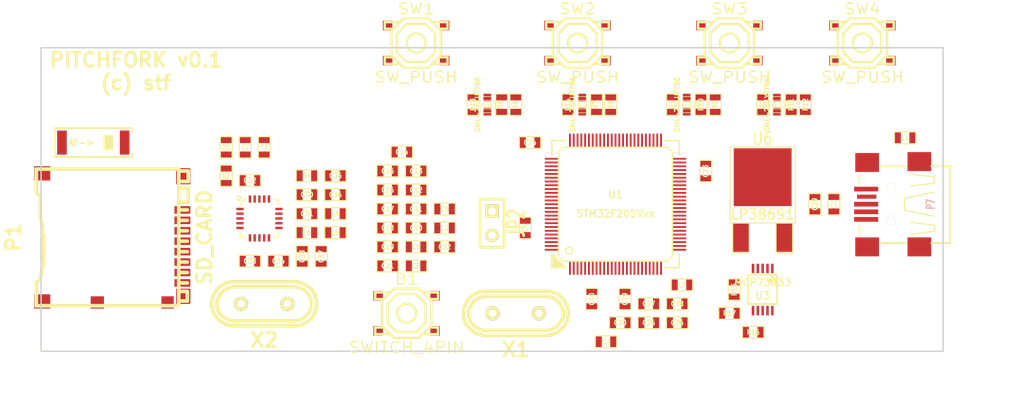
<source format=kicad_pcb>
(kicad_pcb (version 3) (host pcbnew "(2013-jul-07)-stable")

  (general
    (links 189)
    (no_connects 189)
    (area 151.48684 179.426499 260.300001 224.2)
    (thickness 1.6)
    (drawings 7)
    (tracks 0)
    (zones 0)
    (modules 82)
    (nets 58)
  )

  (page A3)
  (layers
    (15 F.Cu signal)
    (0 B.Cu signal)
    (16 B.Adhes user)
    (17 F.Adhes user)
    (18 B.Paste user)
    (19 F.Paste user)
    (20 B.SilkS user)
    (21 F.SilkS user)
    (22 B.Mask user)
    (23 F.Mask user)
    (24 Dwgs.User user)
    (25 Cmts.User user)
    (26 Eco1.User user)
    (27 Eco2.User user)
    (28 Edge.Cuts user)
  )

  (setup
    (last_trace_width 0.254)
    (trace_clearance 0.2)
    (zone_clearance 0.508)
    (zone_45_only no)
    (trace_min 0.254)
    (segment_width 0.2)
    (edge_width 0.15)
    (via_size 0.889)
    (via_drill 0.635)
    (via_min_size 0.889)
    (via_min_drill 0.508)
    (uvia_size 0.508)
    (uvia_drill 0.127)
    (uvias_allowed no)
    (uvia_min_size 0.508)
    (uvia_min_drill 0.127)
    (pcb_text_width 0.3)
    (pcb_text_size 1.5 1.5)
    (mod_edge_width 0.15)
    (mod_text_size 1.5 1.5)
    (mod_text_width 0.15)
    (pad_size 1.524 1.524)
    (pad_drill 0.762)
    (pad_to_mask_clearance 0.2)
    (aux_axis_origin 0 0)
    (visible_elements 7FFFFFFF)
    (pcbplotparams
      (layerselection 3178497)
      (usegerberextensions true)
      (excludeedgelayer true)
      (linewidth 0.100000)
      (plotframeref false)
      (viasonmask false)
      (mode 1)
      (useauxorigin false)
      (hpglpennumber 1)
      (hpglpenspeed 20)
      (hpglpendiameter 15)
      (hpglpenoverlay 2)
      (psnegative false)
      (psa4output false)
      (plotreference true)
      (plotvalue true)
      (plotothertext true)
      (plotinvisibletext false)
      (padsonsilk false)
      (subtractmaskfromsilk false)
      (outputformat 1)
      (mirror false)
      (drillshape 1)
      (scaleselection 1)
      (outputdirectory ""))
  )

  (net 0 "")
  (net 1 +3.3V)
  (net 2 +5V)
  (net 3 /3V3_adc)
  (net 4 /VBAT)
  (net 5 /X1_1)
  (net 6 /boot0)
  (net 7 /btn0)
  (net 8 /btn1)
  (net 9 /btn2)
  (net 10 /btn3)
  (net 11 /led_mode)
  (net 12 /led_read)
  (net 13 /led_status)
  (net 14 /led_write)
  (net 15 /nrf_ce)
  (net 16 /nrf_csn)
  (net 17 /nrf_irq)
  (net 18 /nrf_miso)
  (net 19 /nrf_mosi)
  (net 20 /nrf_sck)
  (net 21 /nrst)
  (net 22 /osc_in)
  (net 23 /osc_out)
  (net 24 /sd_cd)
  (net 25 /sd_clk)
  (net 26 /sd_cmd)
  (net 27 /sd_d0)
  (net 28 /sd_d1)
  (net 29 /sd_d2)
  (net 30 /sd_d3)
  (net 31 /usb_dm)
  (net 32 /usb_dp)
  (net 33 /usb_id)
  (net 34 /vcap_1)
  (net 35 /vcap_2)
  (net 36 GND)
  (net 37 N-000001)
  (net 38 N-00000103)
  (net 39 N-00000104)
  (net 40 N-00000105)
  (net 41 N-00000108)
  (net 42 N-00000109)
  (net 43 N-0000012)
  (net 44 N-0000014)
  (net 45 N-0000018)
  (net 46 N-0000020)
  (net 47 N-0000021)
  (net 48 N-0000022)
  (net 49 N-0000023)
  (net 50 N-0000024)
  (net 51 N-0000026)
  (net 52 N-0000027)
  (net 53 N-0000029)
  (net 54 N-0000046)
  (net 55 N-000005)
  (net 56 N-000007)
  (net 57 N-000009)

  (net_class Default "This is the default net class."
    (clearance 0.2)
    (trace_width 0.254)
    (via_dia 0.889)
    (via_drill 0.635)
    (uvia_dia 0.508)
    (uvia_drill 0.127)
    (add_net "")
    (add_net +3.3V)
    (add_net +5V)
    (add_net /3V3_adc)
    (add_net /VBAT)
    (add_net /X1_1)
    (add_net /boot0)
    (add_net /btn0)
    (add_net /btn1)
    (add_net /btn2)
    (add_net /btn3)
    (add_net /led_mode)
    (add_net /led_read)
    (add_net /led_status)
    (add_net /led_write)
    (add_net /nrf_ce)
    (add_net /nrf_csn)
    (add_net /nrf_irq)
    (add_net /nrf_miso)
    (add_net /nrf_mosi)
    (add_net /nrf_sck)
    (add_net /nrst)
    (add_net /osc_in)
    (add_net /osc_out)
    (add_net /sd_cd)
    (add_net /sd_clk)
    (add_net /sd_cmd)
    (add_net /sd_d0)
    (add_net /sd_d1)
    (add_net /sd_d2)
    (add_net /sd_d3)
    (add_net /usb_dm)
    (add_net /usb_dp)
    (add_net /usb_id)
    (add_net /vcap_1)
    (add_net /vcap_2)
    (add_net GND)
    (add_net N-000001)
    (add_net N-00000103)
    (add_net N-00000104)
    (add_net N-00000105)
    (add_net N-00000108)
    (add_net N-00000109)
    (add_net N-0000012)
    (add_net N-0000014)
    (add_net N-0000018)
    (add_net N-0000020)
    (add_net N-0000021)
    (add_net N-0000022)
    (add_net N-0000023)
    (add_net N-0000024)
    (add_net N-0000026)
    (add_net N-0000027)
    (add_net N-0000029)
    (add_net N-0000046)
    (add_net N-000005)
    (add_net N-000007)
    (add_net N-000009)
  )

  (module TQFP-100-4 (layer F.Cu) (tedit 503E6B88) (tstamp 53081735)
    (at 216 200.5)
    (descr "TQFP-100, 12x12 0.4mm spacing")
    (path /5306599E)
    (attr smd)
    (fp_text reference U1 (at 0 -1.00076) (layer F.SilkS)
      (effects (font (size 0.7493 0.7493) (thickness 0.14986)))
    )
    (fp_text value STM32F205Vxx (at 0 1.00076) (layer F.SilkS)
      (effects (font (size 0.7493 0.7493) (thickness 0.14986)))
    )
    (fp_line (start -6.59892 6.70052) (end -6.59892 5.40004) (layer F.SilkS) (width 0.14986))
    (fp_line (start -6.59892 5.40004) (end -5.40004 6.59892) (layer F.SilkS) (width 0.14986))
    (fp_line (start -5.40004 6.59892) (end -6.49986 6.59892) (layer F.SilkS) (width 0.14986))
    (fp_line (start -6.49986 6.59892) (end -6.49986 5.6007) (layer F.SilkS) (width 0.14986))
    (fp_line (start -6.49986 5.6007) (end -5.6007 6.49986) (layer F.SilkS) (width 0.14986))
    (fp_line (start -5.6007 6.49986) (end -6.4008 6.49986) (layer F.SilkS) (width 0.14986))
    (fp_line (start -6.4008 6.49986) (end -6.4008 5.79882) (layer F.SilkS) (width 0.14986))
    (fp_line (start -6.4008 5.79882) (end -5.79882 6.4008) (layer F.SilkS) (width 0.14986))
    (fp_line (start -5.79882 6.4008) (end -6.2992 6.4008) (layer F.SilkS) (width 0.14986))
    (fp_line (start -6.2992 6.4008) (end -6.2992 5.99948) (layer F.SilkS) (width 0.14986))
    (fp_line (start -6.2992 5.99948) (end -5.99948 6.2992) (layer F.SilkS) (width 0.14986))
    (fp_line (start -5.99948 6.2992) (end -6.20014 6.2992) (layer F.SilkS) (width 0.14986))
    (fp_line (start -6.20014 6.2992) (end -6.20014 6.20014) (layer F.SilkS) (width 0.14986))
    (fp_line (start -6.70052 5.19938) (end -5.19938 6.70052) (layer F.SilkS) (width 0.14986))
    (fp_line (start -5.19938 -6.70052) (end -6.70052 -6.70052) (layer F.SilkS) (width 0.14986))
    (fp_line (start -6.70052 -6.70052) (end -6.70052 -5.19938) (layer F.SilkS) (width 0.14986))
    (fp_line (start 6.70052 -5.19938) (end 6.70052 -6.70052) (layer F.SilkS) (width 0.14986))
    (fp_line (start 6.70052 -6.70052) (end 5.19938 -6.70052) (layer F.SilkS) (width 0.14986))
    (fp_line (start 6.70052 6.70052) (end 6.70052 5.19938) (layer F.SilkS) (width 0.14986))
    (fp_line (start 6.70052 6.70052) (end 5.19938 6.70052) (layer F.SilkS) (width 0.14986))
    (fp_line (start -6.70052 5.19938) (end -6.70052 6.70052) (layer F.SilkS) (width 0.14986))
    (fp_line (start -6.70052 6.70052) (end -5.19938 6.70052) (layer F.SilkS) (width 0.14986))
    (fp_line (start -5.4991 5.99948) (end 5.4991 5.99948) (layer F.SilkS) (width 0.14986))
    (fp_line (start -5.99948 -5.4991) (end -5.99948 5.4991) (layer F.SilkS) (width 0.14986))
    (fp_line (start 5.4991 -5.99948) (end -5.4991 -5.99948) (layer F.SilkS) (width 0.14986))
    (fp_line (start 5.99948 5.4991) (end 5.99948 -5.4991) (layer F.SilkS) (width 0.14986))
    (fp_line (start -5.50164 5.99948) (end -6.00202 5.4991) (layer F.SilkS) (width 0.14986))
    (fp_line (start -5.99948 -5.50164) (end -5.4991 -6.00202) (layer F.SilkS) (width 0.14986))
    (fp_line (start 5.4991 -6.00202) (end 5.99948 -5.50164) (layer F.SilkS) (width 0.14986))
    (fp_line (start 5.99948 5.4991) (end 5.4991 5.99948) (layer F.SilkS) (width 0.14986))
    (fp_circle (center -4.8895 4.8895) (end -5.1181 5.1943) (layer F.SilkS) (width 0.127))
    (pad 4 smd rect (at -3.59918 6.69798) (size 0.19558 1.4986)
      (layers F.Cu F.Paste F.Mask)
    )
    (pad 5 smd rect (at -3.19786 6.69798) (size 0.19558 1.4986)
      (layers F.Cu F.Paste F.Mask)
    )
    (pad 6 smd rect (at -2.79908 6.69798) (size 0.19558 1.4986)
      (layers F.Cu F.Paste F.Mask)
      (net 4 /VBAT)
    )
    (pad 7 smd rect (at -2.39776 6.69798) (size 0.19558 1.4986)
      (layers F.Cu F.Paste F.Mask)
      (net 24 /sd_cd)
    )
    (pad 8 smd rect (at -1.99898 6.69798) (size 0.19558 1.4986)
      (layers F.Cu F.Paste F.Mask)
    )
    (pad 1 smd rect (at -4.79806 6.69798) (size 0.19558 1.4986)
      (layers F.Cu F.Paste F.Mask)
    )
    (pad 2 smd rect (at -4.39928 6.69798) (size 0.19558 1.4986)
      (layers F.Cu F.Paste F.Mask)
    )
    (pad 3 smd rect (at -3.99796 6.69798) (size 0.19558 1.4986)
      (layers F.Cu F.Paste F.Mask)
    )
    (pad 17 smd rect (at 1.59766 6.69798) (size 0.19558 1.4986)
      (layers F.Cu F.Paste F.Mask)
    )
    (pad 18 smd rect (at 1.99898 6.69798) (size 0.19558 1.4986)
      (layers F.Cu F.Paste F.Mask)
    )
    (pad 19 smd rect (at 2.39776 6.69798) (size 0.19558 1.4986)
      (layers F.Cu F.Paste F.Mask)
      (net 1 +3.3V)
    )
    (pad 20 smd rect (at 2.79908 6.69798) (size 0.19558 1.4986)
      (layers F.Cu F.Paste F.Mask)
      (net 36 GND)
    )
    (pad 21 smd rect (at 3.19786 6.69798) (size 0.19558 1.4986)
      (layers F.Cu F.Paste F.Mask)
      (net 3 /3V3_adc)
    )
    (pad 22 smd rect (at 3.59918 6.69798) (size 0.19558 1.4986)
      (layers F.Cu F.Paste F.Mask)
      (net 3 /3V3_adc)
    )
    (pad 23 smd rect (at 3.99796 6.69798) (size 0.19558 1.4986)
      (layers F.Cu F.Paste F.Mask)
    )
    (pad 24 smd rect (at 4.39928 6.69798) (size 0.19558 1.4986)
      (layers F.Cu F.Paste F.Mask)
    )
    (pad 33 smd rect (at 6.69798 1.99898) (size 1.4986 0.19558)
      (layers F.Cu F.Paste F.Mask)
    )
    (pad 34 smd rect (at 6.69798 1.59766) (size 1.4986 0.19558)
      (layers F.Cu F.Paste F.Mask)
    )
    (pad 35 smd rect (at 6.69798 1.19888) (size 1.4986 0.19558)
      (layers F.Cu F.Paste F.Mask)
    )
    (pad 36 smd rect (at 6.69798 0.79756) (size 1.4986 0.19558)
      (layers F.Cu F.Paste F.Mask)
    )
    (pad 37 smd rect (at 6.69798 0.39878) (size 1.4986 0.19558)
      (layers F.Cu F.Paste F.Mask)
    )
    (pad 38 smd rect (at 6.69798 0) (size 1.4986 0.19558)
      (layers F.Cu F.Paste F.Mask)
    )
    (pad 39 smd rect (at 6.69798 -0.39878) (size 1.4986 0.19558)
      (layers F.Cu F.Paste F.Mask)
    )
    (pad 40 smd rect (at 6.69798 -0.79756) (size 1.4986 0.19558)
      (layers F.Cu F.Paste F.Mask)
    )
    (pad 49 smd rect (at 6.69798 -4.39928) (size 1.4986 0.19558)
      (layers F.Cu F.Paste F.Mask)
      (net 34 /vcap_1)
    )
    (pad 50 smd rect (at 6.69798 -4.79806) (size 1.4986 0.19558)
      (layers F.Cu F.Paste F.Mask)
      (net 1 +3.3V)
    )
    (pad 51 smd rect (at 4.79806 -6.69798) (size 0.19558 1.4986)
      (layers F.Cu F.Paste F.Mask)
    )
    (pad 52 smd rect (at 4.39928 -6.69798) (size 0.19558 1.4986)
      (layers F.Cu F.Paste F.Mask)
      (net 15 /nrf_ce)
    )
    (pad 53 smd rect (at 3.99796 -6.69798) (size 0.19558 1.4986)
      (layers F.Cu F.Paste F.Mask)
      (net 17 /nrf_irq)
    )
    (pad 54 smd rect (at 3.59918 -6.69798) (size 0.19558 1.4986)
      (layers F.Cu F.Paste F.Mask)
      (net 16 /nrf_csn)
    )
    (pad 55 smd rect (at 3.19786 -6.69798) (size 0.19558 1.4986)
      (layers F.Cu F.Paste F.Mask)
      (net 10 /btn3)
    )
    (pad 56 smd rect (at 2.79908 -6.69798) (size 0.19558 1.4986)
      (layers F.Cu F.Paste F.Mask)
      (net 9 /btn2)
    )
    (pad 9 smd rect (at -1.59766 6.69798) (size 0.19558 1.4986)
      (layers F.Cu F.Paste F.Mask)
    )
    (pad 10 smd rect (at -1.19888 6.69798) (size 0.19558 1.4986)
      (layers F.Cu F.Paste F.Mask)
      (net 36 GND)
    )
    (pad 11 smd rect (at -0.79756 6.69798) (size 0.19558 1.4986)
      (layers F.Cu F.Paste F.Mask)
      (net 1 +3.3V)
    )
    (pad 25 smd rect (at 4.79806 6.69798) (size 0.19558 1.4986)
      (layers F.Cu F.Paste F.Mask)
    )
    (pad 26 smd rect (at 6.69798 4.79806) (size 1.4986 0.19558)
      (layers F.Cu F.Paste F.Mask)
    )
    (pad 27 smd rect (at 6.69798 4.39928) (size 1.4986 0.19558)
      (layers F.Cu F.Paste F.Mask)
      (net 36 GND)
    )
    (pad 41 smd rect (at 6.69798 -1.19888) (size 1.4986 0.19558)
      (layers F.Cu F.Paste F.Mask)
    )
    (pad 42 smd rect (at 6.69798 -1.59766) (size 1.4986 0.19558)
      (layers F.Cu F.Paste F.Mask)
    )
    (pad 43 smd rect (at 6.69798 -1.99898) (size 1.4986 0.19558)
      (layers F.Cu F.Paste F.Mask)
    )
    (pad 57 smd rect (at 2.39776 -6.69798) (size 0.19558 1.4986)
      (layers F.Cu F.Paste F.Mask)
      (net 8 /btn1)
    )
    (pad 58 smd rect (at 1.99898 -6.69798) (size 0.19558 1.4986)
      (layers F.Cu F.Paste F.Mask)
      (net 7 /btn0)
    )
    (pad 59 smd rect (at 1.59766 -6.69798) (size 0.19558 1.4986)
      (layers F.Cu F.Paste F.Mask)
      (net 13 /led_status)
    )
    (pad 12 smd rect (at -0.39878 6.69798) (size 0.19558 1.4986)
      (layers F.Cu F.Paste F.Mask)
      (net 22 /osc_in)
    )
    (pad 13 smd rect (at 0 6.69798) (size 0.19558 1.4986)
      (layers F.Cu F.Paste F.Mask)
      (net 23 /osc_out)
    )
    (pad 14 smd rect (at 0.39878 6.69798) (size 0.19558 1.4986)
      (layers F.Cu F.Paste F.Mask)
      (net 21 /nrst)
    )
    (pad 15 smd rect (at 0.79756 6.69798) (size 0.19558 1.4986)
      (layers F.Cu F.Paste F.Mask)
    )
    (pad 16 smd rect (at 1.19888 6.69798) (size 0.19558 1.4986)
      (layers F.Cu F.Paste F.Mask)
    )
    (pad 28 smd rect (at 6.69798 3.99796) (size 1.4986 0.19558)
      (layers F.Cu F.Paste F.Mask)
      (net 1 +3.3V)
    )
    (pad 29 smd rect (at 6.69798 3.59918) (size 1.4986 0.19558)
      (layers F.Cu F.Paste F.Mask)
    )
    (pad 30 smd rect (at 6.69798 3.19786) (size 1.4986 0.19558)
      (layers F.Cu F.Paste F.Mask)
      (net 20 /nrf_sck)
    )
    (pad 31 smd rect (at 6.69798 2.79908) (size 1.4986 0.19558)
      (layers F.Cu F.Paste F.Mask)
      (net 18 /nrf_miso)
    )
    (pad 32 smd rect (at 6.69798 2.39776) (size 1.4986 0.19558)
      (layers F.Cu F.Paste F.Mask)
      (net 19 /nrf_mosi)
    )
    (pad 44 smd rect (at 6.69798 -2.39776) (size 1.4986 0.19558)
      (layers F.Cu F.Paste F.Mask)
    )
    (pad 45 smd rect (at 6.69798 -2.79908) (size 1.4986 0.19558)
      (layers F.Cu F.Paste F.Mask)
    )
    (pad 46 smd rect (at 6.69798 -3.19786) (size 1.4986 0.19558)
      (layers F.Cu F.Paste F.Mask)
    )
    (pad 47 smd rect (at 6.69798 -3.59918) (size 1.4986 0.19558)
      (layers F.Cu F.Paste F.Mask)
    )
    (pad 48 smd rect (at 6.69798 -3.99796) (size 1.4986 0.19558)
      (layers F.Cu F.Paste F.Mask)
    )
    (pad 60 smd rect (at 1.19888 -6.69798) (size 0.19558 1.4986)
      (layers F.Cu F.Paste F.Mask)
      (net 11 /led_mode)
    )
    (pad 61 smd rect (at 0.79756 -6.69798) (size 0.19558 1.4986)
      (layers F.Cu F.Paste F.Mask)
      (net 14 /led_write)
    )
    (pad 62 smd rect (at 0.39878 -6.69798) (size 0.19558 1.4986)
      (layers F.Cu F.Paste F.Mask)
      (net 12 /led_read)
    )
    (pad 63 smd rect (at 0 -6.69798) (size 0.19558 1.4986)
      (layers F.Cu F.Paste F.Mask)
    )
    (pad 64 smd rect (at -0.39878 -6.69798) (size 0.19558 1.4986)
      (layers F.Cu F.Paste F.Mask)
    )
    (pad 65 smd rect (at -0.79756 -6.69798) (size 0.19558 1.4986)
      (layers F.Cu F.Paste F.Mask)
      (net 27 /sd_d0)
    )
    (pad 66 smd rect (at -1.19888 -6.69798) (size 0.19558 1.4986)
      (layers F.Cu F.Paste F.Mask)
      (net 28 /sd_d1)
    )
    (pad 67 smd rect (at -1.59766 -6.69798) (size 0.19558 1.4986)
      (layers F.Cu F.Paste F.Mask)
    )
    (pad 68 smd rect (at -1.99898 -6.69798) (size 0.19558 1.4986)
      (layers F.Cu F.Paste F.Mask)
    )
    (pad 69 smd rect (at -2.39776 -6.69798) (size 0.19558 1.4986)
      (layers F.Cu F.Paste F.Mask)
      (net 33 /usb_id)
    )
    (pad 70 smd rect (at -2.79908 -6.69798) (size 0.19558 1.4986)
      (layers F.Cu F.Paste F.Mask)
      (net 31 /usb_dm)
    )
    (pad 71 smd rect (at -3.19786 -6.69798) (size 0.19558 1.4986)
      (layers F.Cu F.Paste F.Mask)
      (net 32 /usb_dp)
    )
    (pad 72 smd rect (at -3.59918 -6.69798) (size 0.19558 1.4986)
      (layers F.Cu F.Paste F.Mask)
    )
    (pad 73 smd rect (at -3.99796 -6.69798) (size 0.19558 1.4986)
      (layers F.Cu F.Paste F.Mask)
      (net 35 /vcap_2)
    )
    (pad 74 smd rect (at -4.39928 -6.69798) (size 0.19558 1.4986)
      (layers F.Cu F.Paste F.Mask)
      (net 36 GND)
    )
    (pad 75 smd rect (at -4.79806 -6.69798) (size 0.19558 1.4986)
      (layers F.Cu F.Paste F.Mask)
      (net 1 +3.3V)
    )
    (pad 76 smd rect (at -6.69798 -4.79806) (size 1.4986 0.19558)
      (layers F.Cu F.Paste F.Mask)
    )
    (pad 77 smd rect (at -6.69798 -4.39928) (size 1.4986 0.19558)
      (layers F.Cu F.Paste F.Mask)
    )
    (pad 78 smd rect (at -6.69798 -3.99796) (size 1.4986 0.19558)
      (layers F.Cu F.Paste F.Mask)
      (net 29 /sd_d2)
    )
    (pad 79 smd rect (at -6.69798 -3.59918) (size 1.4986 0.19558)
      (layers F.Cu F.Paste F.Mask)
      (net 30 /sd_d3)
    )
    (pad 80 smd rect (at -6.69798 -3.19786) (size 1.4986 0.19558)
      (layers F.Cu F.Paste F.Mask)
      (net 25 /sd_clk)
    )
    (pad 81 smd rect (at -6.69798 -2.79908) (size 1.4986 0.19558)
      (layers F.Cu F.Paste F.Mask)
    )
    (pad 82 smd rect (at -6.69798 -2.39776) (size 1.4986 0.19558)
      (layers F.Cu F.Paste F.Mask)
    )
    (pad 83 smd rect (at -6.69798 -1.99898) (size 1.4986 0.19558)
      (layers F.Cu F.Paste F.Mask)
      (net 26 /sd_cmd)
    )
    (pad 84 smd rect (at -6.69798 -1.59766) (size 1.4986 0.19558)
      (layers F.Cu F.Paste F.Mask)
    )
    (pad 85 smd rect (at -6.69798 -1.19888) (size 1.4986 0.19558)
      (layers F.Cu F.Paste F.Mask)
    )
    (pad 86 smd rect (at -6.69798 -0.79756) (size 1.4986 0.19558)
      (layers F.Cu F.Paste F.Mask)
    )
    (pad 87 smd rect (at -6.69798 -0.39878) (size 1.4986 0.19558)
      (layers F.Cu F.Paste F.Mask)
    )
    (pad 88 smd rect (at -6.69798 0) (size 1.4986 0.19558)
      (layers F.Cu F.Paste F.Mask)
    )
    (pad 89 smd rect (at -6.69798 0.39878) (size 1.4986 0.19558)
      (layers F.Cu F.Paste F.Mask)
    )
    (pad 90 smd rect (at -6.69798 0.79756) (size 1.4986 0.19558)
      (layers F.Cu F.Paste F.Mask)
    )
    (pad 91 smd rect (at -6.69798 1.19888) (size 1.4986 0.19558)
      (layers F.Cu F.Paste F.Mask)
    )
    (pad 92 smd rect (at -6.69798 1.59766) (size 1.4986 0.19558)
      (layers F.Cu F.Paste F.Mask)
    )
    (pad 93 smd rect (at -6.69798 1.99898) (size 1.4986 0.19558)
      (layers F.Cu F.Paste F.Mask)
    )
    (pad 94 smd rect (at -6.69798 2.39776) (size 1.4986 0.19558)
      (layers F.Cu F.Paste F.Mask)
      (net 6 /boot0)
    )
    (pad 95 smd rect (at -6.69798 2.79908) (size 1.4986 0.19558)
      (layers F.Cu F.Paste F.Mask)
    )
    (pad 96 smd rect (at -6.69798 3.19786) (size 1.4986 0.19558)
      (layers F.Cu F.Paste F.Mask)
    )
    (pad 97 smd rect (at -6.69798 3.59918) (size 1.4986 0.19558)
      (layers F.Cu F.Paste F.Mask)
    )
    (pad 98 smd rect (at -6.69798 3.99796) (size 1.4986 0.19558)
      (layers F.Cu F.Paste F.Mask)
    )
    (pad 99 smd rect (at -6.69798 4.39928) (size 1.4986 0.19558)
      (layers F.Cu F.Paste F.Mask)
      (net 36 GND)
    )
    (pad 100 smd rect (at -6.69798 4.79806) (size 1.4986 0.19558)
      (layers F.Cu F.Paste F.Mask)
      (net 1 +3.3V)
    )
    (model smd\smd_lqfp\tqfp-100-4.wrl
      (at (xyz 0 0 0))
      (scale (xyz 1 1 1))
      (rotate (xyz 0 0 0))
    )
  )

  (module SM0603 (layer F.Cu) (tedit 4E43A3D1) (tstamp 5308CB07)
    (at 177 194.5 270)
    (path /5307F957)
    (attr smd)
    (fp_text reference C7 (at 0 0 270) (layer F.SilkS)
      (effects (font (size 0.508 0.4572) (thickness 0.1143)))
    )
    (fp_text value 100nF (at 0 0 270) (layer F.SilkS) hide
      (effects (font (size 0.508 0.4572) (thickness 0.1143)))
    )
    (fp_line (start -1.143 -0.635) (end 1.143 -0.635) (layer F.SilkS) (width 0.127))
    (fp_line (start 1.143 -0.635) (end 1.143 0.635) (layer F.SilkS) (width 0.127))
    (fp_line (start 1.143 0.635) (end -1.143 0.635) (layer F.SilkS) (width 0.127))
    (fp_line (start -1.143 0.635) (end -1.143 -0.635) (layer F.SilkS) (width 0.127))
    (pad 1 smd rect (at -0.762 0 270) (size 0.635 1.143)
      (layers F.Cu F.Paste F.Mask)
      (net 36 GND)
    )
    (pad 2 smd rect (at 0.762 0 270) (size 0.635 1.143)
      (layers F.Cu F.Paste F.Mask)
      (net 52 N-0000027)
    )
    (model smd\resistors\R0603.wrl
      (at (xyz 0 0 0.001))
      (scale (xyz 0.5 0.5 0.5))
      (rotate (xyz 0 0 0))
    )
  )

  (module SM0603 (layer F.Cu) (tedit 4E43A3D1) (tstamp 5308178A)
    (at 186.5 203.5)
    (path /5307F809)
    (attr smd)
    (fp_text reference L5 (at 0 0) (layer F.SilkS)
      (effects (font (size 0.508 0.4572) (thickness 0.1143)))
    )
    (fp_text value 8.2nH (at 0 0) (layer F.SilkS) hide
      (effects (font (size 0.508 0.4572) (thickness 0.1143)))
    )
    (fp_line (start -1.143 -0.635) (end 1.143 -0.635) (layer F.SilkS) (width 0.127))
    (fp_line (start 1.143 -0.635) (end 1.143 0.635) (layer F.SilkS) (width 0.127))
    (fp_line (start 1.143 0.635) (end -1.143 0.635) (layer F.SilkS) (width 0.127))
    (fp_line (start -1.143 0.635) (end -1.143 -0.635) (layer F.SilkS) (width 0.127))
    (pad 1 smd rect (at -0.762 0) (size 0.635 1.143)
      (layers F.Cu F.Paste F.Mask)
      (net 49 N-0000023)
    )
    (pad 2 smd rect (at 0.762 0) (size 0.635 1.143)
      (layers F.Cu F.Paste F.Mask)
      (net 47 N-0000021)
    )
    (model smd\resistors\R0603.wrl
      (at (xyz 0 0 0.001))
      (scale (xyz 0.5 0.5 0.5))
      (rotate (xyz 0 0 0))
    )
  )

  (module SM0603 (layer F.Cu) (tedit 4E43A3D1) (tstamp 53081794)
    (at 186.5 197.5)
    (path /5307F418)
    (attr smd)
    (fp_text reference C35 (at 0 0) (layer F.SilkS)
      (effects (font (size 0.508 0.4572) (thickness 0.1143)))
    )
    (fp_text value CSMALL (at 0 0) (layer F.SilkS) hide
      (effects (font (size 0.508 0.4572) (thickness 0.1143)))
    )
    (fp_line (start -1.143 -0.635) (end 1.143 -0.635) (layer F.SilkS) (width 0.127))
    (fp_line (start 1.143 -0.635) (end 1.143 0.635) (layer F.SilkS) (width 0.127))
    (fp_line (start 1.143 0.635) (end -1.143 0.635) (layer F.SilkS) (width 0.127))
    (fp_line (start -1.143 0.635) (end -1.143 -0.635) (layer F.SilkS) (width 0.127))
    (pad 1 smd rect (at -0.762 0) (size 0.635 1.143)
      (layers F.Cu F.Paste F.Mask)
      (net 36 GND)
    )
    (pad 2 smd rect (at 0.762 0) (size 0.635 1.143)
      (layers F.Cu F.Paste F.Mask)
      (net 46 N-0000020)
    )
    (model smd\resistors\R0603.wrl
      (at (xyz 0 0 0.001))
      (scale (xyz 0.5 0.5 0.5))
      (rotate (xyz 0 0 0))
    )
  )

  (module SM0603 (layer F.Cu) (tedit 4E43A3D1) (tstamp 5308179E)
    (at 186.5 199.5 180)
    (path /5307F2C3)
    (attr smd)
    (fp_text reference C36 (at 0 0 180) (layer F.SilkS)
      (effects (font (size 0.508 0.4572) (thickness 0.1143)))
    )
    (fp_text value 1.5pF (at 0 0 180) (layer F.SilkS) hide
      (effects (font (size 0.508 0.4572) (thickness 0.1143)))
    )
    (fp_line (start -1.143 -0.635) (end 1.143 -0.635) (layer F.SilkS) (width 0.127))
    (fp_line (start 1.143 -0.635) (end 1.143 0.635) (layer F.SilkS) (width 0.127))
    (fp_line (start 1.143 0.635) (end -1.143 0.635) (layer F.SilkS) (width 0.127))
    (fp_line (start -1.143 0.635) (end -1.143 -0.635) (layer F.SilkS) (width 0.127))
    (pad 1 smd rect (at -0.762 0 180) (size 0.635 1.143)
      (layers F.Cu F.Paste F.Mask)
      (net 46 N-0000020)
    )
    (pad 2 smd rect (at 0.762 0 180) (size 0.635 1.143)
      (layers F.Cu F.Paste F.Mask)
      (net 48 N-0000022)
    )
    (model smd\resistors\R0603.wrl
      (at (xyz 0 0 0.001))
      (scale (xyz 0.5 0.5 0.5))
      (rotate (xyz 0 0 0))
    )
  )

  (module SM0603 (layer F.Cu) (tedit 4E43A3D1) (tstamp 530817A8)
    (at 186.5 201.5)
    (path /5307F17B)
    (attr smd)
    (fp_text reference L4 (at 0 0) (layer F.SilkS)
      (effects (font (size 0.508 0.4572) (thickness 0.1143)))
    )
    (fp_text value 3.9nH (at 0 0) (layer F.SilkS) hide
      (effects (font (size 0.508 0.4572) (thickness 0.1143)))
    )
    (fp_line (start -1.143 -0.635) (end 1.143 -0.635) (layer F.SilkS) (width 0.127))
    (fp_line (start 1.143 -0.635) (end 1.143 0.635) (layer F.SilkS) (width 0.127))
    (fp_line (start 1.143 0.635) (end -1.143 0.635) (layer F.SilkS) (width 0.127))
    (fp_line (start -1.143 0.635) (end -1.143 -0.635) (layer F.SilkS) (width 0.127))
    (pad 1 smd rect (at -0.762 0) (size 0.635 1.143)
      (layers F.Cu F.Paste F.Mask)
      (net 48 N-0000022)
    )
    (pad 2 smd rect (at 0.762 0) (size 0.635 1.143)
      (layers F.Cu F.Paste F.Mask)
      (net 47 N-0000021)
    )
    (model smd\resistors\R0603.wrl
      (at (xyz 0 0 0.001))
      (scale (xyz 0.5 0.5 0.5))
      (rotate (xyz 0 0 0))
    )
  )

  (module SM0603 (layer F.Cu) (tedit 4E43A3D1) (tstamp 5308CAFC)
    (at 179 194.5 270)
    (path /5307EE92)
    (attr smd)
    (fp_text reference L3 (at 0 0 270) (layer F.SilkS)
      (effects (font (size 0.508 0.4572) (thickness 0.1143)))
    )
    (fp_text value FERRITE (at 0 0 270) (layer F.SilkS) hide
      (effects (font (size 0.508 0.4572) (thickness 0.1143)))
    )
    (fp_line (start -1.143 -0.635) (end 1.143 -0.635) (layer F.SilkS) (width 0.127))
    (fp_line (start 1.143 -0.635) (end 1.143 0.635) (layer F.SilkS) (width 0.127))
    (fp_line (start 1.143 0.635) (end -1.143 0.635) (layer F.SilkS) (width 0.127))
    (fp_line (start -1.143 0.635) (end -1.143 -0.635) (layer F.SilkS) (width 0.127))
    (pad 1 smd rect (at -0.762 0 270) (size 0.635 1.143)
      (layers F.Cu F.Paste F.Mask)
      (net 1 +3.3V)
    )
    (pad 2 smd rect (at 0.762 0 270) (size 0.635 1.143)
      (layers F.Cu F.Paste F.Mask)
      (net 52 N-0000027)
    )
    (model smd\resistors\R0603.wrl
      (at (xyz 0 0 0.001))
      (scale (xyz 0.5 0.5 0.5))
      (rotate (xyz 0 0 0))
    )
  )

  (module SM0603 (layer F.Cu) (tedit 4E43A3D1) (tstamp 5308CB1D)
    (at 175 197.5 90)
    (path /5307EBC4)
    (attr smd)
    (fp_text reference R3 (at 0 0 90) (layer F.SilkS)
      (effects (font (size 0.508 0.4572) (thickness 0.1143)))
    )
    (fp_text value R1002-1%63 (at 0 0 90) (layer F.SilkS) hide
      (effects (font (size 0.508 0.4572) (thickness 0.1143)))
    )
    (fp_line (start -1.143 -0.635) (end 1.143 -0.635) (layer F.SilkS) (width 0.127))
    (fp_line (start 1.143 -0.635) (end 1.143 0.635) (layer F.SilkS) (width 0.127))
    (fp_line (start 1.143 0.635) (end -1.143 0.635) (layer F.SilkS) (width 0.127))
    (fp_line (start -1.143 0.635) (end -1.143 -0.635) (layer F.SilkS) (width 0.127))
    (pad 1 smd rect (at -0.762 0 90) (size 0.635 1.143)
      (layers F.Cu F.Paste F.Mask)
      (net 16 /nrf_csn)
    )
    (pad 2 smd rect (at 0.762 0 90) (size 0.635 1.143)
      (layers F.Cu F.Paste F.Mask)
      (net 52 N-0000027)
    )
    (model smd\resistors\R0603.wrl
      (at (xyz 0 0 0.001))
      (scale (xyz 0.5 0.5 0.5))
      (rotate (xyz 0 0 0))
    )
  )

  (module SM0603 (layer F.Cu) (tedit 4E43A3D1) (tstamp 530817C6)
    (at 183.5 201.5 180)
    (path /5307E6E5)
    (attr smd)
    (fp_text reference C31 (at 0 0 180) (layer F.SilkS)
      (effects (font (size 0.508 0.4572) (thickness 0.1143)))
    )
    (fp_text value 10pF (at 0 0 180) (layer F.SilkS) hide
      (effects (font (size 0.508 0.4572) (thickness 0.1143)))
    )
    (fp_line (start -1.143 -0.635) (end 1.143 -0.635) (layer F.SilkS) (width 0.127))
    (fp_line (start 1.143 -0.635) (end 1.143 0.635) (layer F.SilkS) (width 0.127))
    (fp_line (start 1.143 0.635) (end -1.143 0.635) (layer F.SilkS) (width 0.127))
    (fp_line (start -1.143 0.635) (end -1.143 -0.635) (layer F.SilkS) (width 0.127))
    (pad 1 smd rect (at -0.762 0 180) (size 0.635 1.143)
      (layers F.Cu F.Paste F.Mask)
      (net 36 GND)
    )
    (pad 2 smd rect (at 0.762 0 180) (size 0.635 1.143)
      (layers F.Cu F.Paste F.Mask)
      (net 52 N-0000027)
    )
    (model smd\resistors\R0603.wrl
      (at (xyz 0 0 0.001))
      (scale (xyz 0.5 0.5 0.5))
      (rotate (xyz 0 0 0))
    )
  )

  (module SM0603 (layer F.Cu) (tedit 4E43A3D1) (tstamp 5308CB12)
    (at 175 194.5 270)
    (path /5307FAA4)
    (attr smd)
    (fp_text reference C6 (at 0 0 270) (layer F.SilkS)
      (effects (font (size 0.508 0.4572) (thickness 0.1143)))
    )
    (fp_text value 100nF (at 0 0 270) (layer F.SilkS) hide
      (effects (font (size 0.508 0.4572) (thickness 0.1143)))
    )
    (fp_line (start -1.143 -0.635) (end 1.143 -0.635) (layer F.SilkS) (width 0.127))
    (fp_line (start 1.143 -0.635) (end 1.143 0.635) (layer F.SilkS) (width 0.127))
    (fp_line (start 1.143 0.635) (end -1.143 0.635) (layer F.SilkS) (width 0.127))
    (fp_line (start -1.143 0.635) (end -1.143 -0.635) (layer F.SilkS) (width 0.127))
    (pad 1 smd rect (at -0.762 0 270) (size 0.635 1.143)
      (layers F.Cu F.Paste F.Mask)
      (net 36 GND)
    )
    (pad 2 smd rect (at 0.762 0 270) (size 0.635 1.143)
      (layers F.Cu F.Paste F.Mask)
      (net 52 N-0000027)
    )
    (model smd\resistors\R0603.wrl
      (at (xyz 0 0 0.001))
      (scale (xyz 0.5 0.5 0.5))
      (rotate (xyz 0 0 0))
    )
  )

  (module SM0603 (layer F.Cu) (tedit 4E43A3D1) (tstamp 530817DA)
    (at 183.5 203.5 180)
    (path /5307F81D)
    (attr smd)
    (fp_text reference L6 (at 0 0 180) (layer F.SilkS)
      (effects (font (size 0.508 0.4572) (thickness 0.1143)))
    )
    (fp_text value 2.7nH (at 0 0 180) (layer F.SilkS) hide
      (effects (font (size 0.508 0.4572) (thickness 0.1143)))
    )
    (fp_line (start -1.143 -0.635) (end 1.143 -0.635) (layer F.SilkS) (width 0.127))
    (fp_line (start 1.143 -0.635) (end 1.143 0.635) (layer F.SilkS) (width 0.127))
    (fp_line (start 1.143 0.635) (end -1.143 0.635) (layer F.SilkS) (width 0.127))
    (fp_line (start -1.143 0.635) (end -1.143 -0.635) (layer F.SilkS) (width 0.127))
    (pad 1 smd rect (at -0.762 0 180) (size 0.635 1.143)
      (layers F.Cu F.Paste F.Mask)
      (net 49 N-0000023)
    )
    (pad 2 smd rect (at 0.762 0 180) (size 0.635 1.143)
      (layers F.Cu F.Paste F.Mask)
      (net 50 N-0000024)
    )
    (model smd\resistors\R0603.wrl
      (at (xyz 0 0 0.001))
      (scale (xyz 0.5 0.5 0.5))
      (rotate (xyz 0 0 0))
    )
  )

  (module SM0603 (layer F.Cu) (tedit 4E43A3D1) (tstamp 530817E4)
    (at 183.5 199.5 180)
    (path /5307F6FA)
    (attr smd)
    (fp_text reference C30 (at 0 0 180) (layer F.SilkS)
      (effects (font (size 0.508 0.4572) (thickness 0.1143)))
    )
    (fp_text value 100nF (at 0 0 180) (layer F.SilkS) hide
      (effects (font (size 0.508 0.4572) (thickness 0.1143)))
    )
    (fp_line (start -1.143 -0.635) (end 1.143 -0.635) (layer F.SilkS) (width 0.127))
    (fp_line (start 1.143 -0.635) (end 1.143 0.635) (layer F.SilkS) (width 0.127))
    (fp_line (start 1.143 0.635) (end -1.143 0.635) (layer F.SilkS) (width 0.127))
    (fp_line (start -1.143 0.635) (end -1.143 -0.635) (layer F.SilkS) (width 0.127))
    (pad 1 smd rect (at -0.762 0 180) (size 0.635 1.143)
      (layers F.Cu F.Paste F.Mask)
      (net 36 GND)
    )
    (pad 2 smd rect (at 0.762 0 180) (size 0.635 1.143)
      (layers F.Cu F.Paste F.Mask)
      (net 52 N-0000027)
    )
    (model smd\resistors\R0603.wrl
      (at (xyz 0 0 0.001))
      (scale (xyz 0.5 0.5 0.5))
      (rotate (xyz 0 0 0))
    )
  )

  (module SM0603 (layer F.Cu) (tedit 4E43A3D1) (tstamp 530817EE)
    (at 180.5 206.5 180)
    (path /5307EDBE)
    (attr smd)
    (fp_text reference C34 (at 0 0 180) (layer F.SilkS)
      (effects (font (size 0.508 0.4572) (thickness 0.1143)))
    )
    (fp_text value 22pF (at 0 0 180) (layer F.SilkS) hide
      (effects (font (size 0.508 0.4572) (thickness 0.1143)))
    )
    (fp_line (start -1.143 -0.635) (end 1.143 -0.635) (layer F.SilkS) (width 0.127))
    (fp_line (start 1.143 -0.635) (end 1.143 0.635) (layer F.SilkS) (width 0.127))
    (fp_line (start 1.143 0.635) (end -1.143 0.635) (layer F.SilkS) (width 0.127))
    (fp_line (start -1.143 0.635) (end -1.143 -0.635) (layer F.SilkS) (width 0.127))
    (pad 1 smd rect (at -0.762 0 180) (size 0.635 1.143)
      (layers F.Cu F.Paste F.Mask)
      (net 39 N-00000104)
    )
    (pad 2 smd rect (at 0.762 0 180) (size 0.635 1.143)
      (layers F.Cu F.Paste F.Mask)
      (net 36 GND)
    )
    (model smd\resistors\R0603.wrl
      (at (xyz 0 0 0.001))
      (scale (xyz 0.5 0.5 0.5))
      (rotate (xyz 0 0 0))
    )
  )

  (module SM0603 (layer F.Cu) (tedit 4E43A3D1) (tstamp 530817F8)
    (at 177.5 206.5)
    (path /5307ED92)
    (attr smd)
    (fp_text reference C33 (at 0 0) (layer F.SilkS)
      (effects (font (size 0.508 0.4572) (thickness 0.1143)))
    )
    (fp_text value 22pF (at 0 0) (layer F.SilkS) hide
      (effects (font (size 0.508 0.4572) (thickness 0.1143)))
    )
    (fp_line (start -1.143 -0.635) (end 1.143 -0.635) (layer F.SilkS) (width 0.127))
    (fp_line (start 1.143 -0.635) (end 1.143 0.635) (layer F.SilkS) (width 0.127))
    (fp_line (start 1.143 0.635) (end -1.143 0.635) (layer F.SilkS) (width 0.127))
    (fp_line (start -1.143 0.635) (end -1.143 -0.635) (layer F.SilkS) (width 0.127))
    (pad 1 smd rect (at -0.762 0) (size 0.635 1.143)
      (layers F.Cu F.Paste F.Mask)
      (net 40 N-00000105)
    )
    (pad 2 smd rect (at 0.762 0) (size 0.635 1.143)
      (layers F.Cu F.Paste F.Mask)
      (net 36 GND)
    )
    (model smd\resistors\R0603.wrl
      (at (xyz 0 0 0.001))
      (scale (xyz 0.5 0.5 0.5))
      (rotate (xyz 0 0 0))
    )
  )

  (module SM0603 (layer F.Cu) (tedit 4E43A3D1) (tstamp 53081802)
    (at 183.5 197.5 180)
    (path /5307E684)
    (attr smd)
    (fp_text reference R4 (at 0 0 180) (layer F.SilkS)
      (effects (font (size 0.508 0.4572) (thickness 0.1143)))
    )
    (fp_text value 22k (at 0 0 180) (layer F.SilkS) hide
      (effects (font (size 0.508 0.4572) (thickness 0.1143)))
    )
    (fp_line (start -1.143 -0.635) (end 1.143 -0.635) (layer F.SilkS) (width 0.127))
    (fp_line (start 1.143 -0.635) (end 1.143 0.635) (layer F.SilkS) (width 0.127))
    (fp_line (start 1.143 0.635) (end -1.143 0.635) (layer F.SilkS) (width 0.127))
    (fp_line (start -1.143 0.635) (end -1.143 -0.635) (layer F.SilkS) (width 0.127))
    (pad 1 smd rect (at -0.762 0 180) (size 0.635 1.143)
      (layers F.Cu F.Paste F.Mask)
      (net 36 GND)
    )
    (pad 2 smd rect (at 0.762 0 180) (size 0.635 1.143)
      (layers F.Cu F.Paste F.Mask)
      (net 53 N-0000029)
    )
    (model smd\resistors\R0603.wrl
      (at (xyz 0 0 0.001))
      (scale (xyz 0.5 0.5 0.5))
      (rotate (xyz 0 0 0))
    )
  )

  (module SM0603 (layer F.Cu) (tedit 4E43A3D1) (tstamp 5308180C)
    (at 231.5 190 90)
    (path /51E9B6C3)
    (attr smd)
    (fp_text reference R2 (at 0 0 90) (layer F.SilkS)
      (effects (font (size 0.508 0.4572) (thickness 0.1143)))
    )
    (fp_text value 1k (at 0 0 90) (layer F.SilkS) hide
      (effects (font (size 0.508 0.4572) (thickness 0.1143)))
    )
    (fp_line (start -1.143 -0.635) (end 1.143 -0.635) (layer F.SilkS) (width 0.127))
    (fp_line (start 1.143 -0.635) (end 1.143 0.635) (layer F.SilkS) (width 0.127))
    (fp_line (start 1.143 0.635) (end -1.143 0.635) (layer F.SilkS) (width 0.127))
    (fp_line (start -1.143 0.635) (end -1.143 -0.635) (layer F.SilkS) (width 0.127))
    (pad 1 smd rect (at -0.762 0 90) (size 0.635 1.143)
      (layers F.Cu F.Paste F.Mask)
      (net 13 /led_status)
    )
    (pad 2 smd rect (at 0.762 0 90) (size 0.635 1.143)
      (layers F.Cu F.Paste F.Mask)
      (net 51 N-0000026)
    )
    (model smd\resistors\R0603.wrl
      (at (xyz 0 0 0.001))
      (scale (xyz 0.5 0.5 0.5))
      (rotate (xyz 0 0 0))
    )
  )

  (module SM0603 (layer F.Cu) (tedit 4E43A3D1) (tstamp 5308CAF1)
    (at 177.5 198)
    (path /5307E4B3)
    (attr smd)
    (fp_text reference C32 (at 0 0) (layer F.SilkS)
      (effects (font (size 0.508 0.4572) (thickness 0.1143)))
    )
    (fp_text value 33nF (at 0 0) (layer F.SilkS) hide
      (effects (font (size 0.508 0.4572) (thickness 0.1143)))
    )
    (fp_line (start -1.143 -0.635) (end 1.143 -0.635) (layer F.SilkS) (width 0.127))
    (fp_line (start 1.143 -0.635) (end 1.143 0.635) (layer F.SilkS) (width 0.127))
    (fp_line (start 1.143 0.635) (end -1.143 0.635) (layer F.SilkS) (width 0.127))
    (fp_line (start -1.143 0.635) (end -1.143 -0.635) (layer F.SilkS) (width 0.127))
    (pad 1 smd rect (at -0.762 0) (size 0.635 1.143)
      (layers F.Cu F.Paste F.Mask)
      (net 36 GND)
    )
    (pad 2 smd rect (at 0.762 0) (size 0.635 1.143)
      (layers F.Cu F.Paste F.Mask)
      (net 38 N-00000103)
    )
    (model smd\resistors\R0603.wrl
      (at (xyz 0 0 0.001))
      (scale (xyz 0.5 0.5 0.5))
      (rotate (xyz 0 0 0))
    )
  )

  (module SM0603 (layer F.Cu) (tedit 4E43A3D1) (tstamp 53081820)
    (at 198 201)
    (path /5307EA4F)
    (attr smd)
    (fp_text reference C5 (at 0 0) (layer F.SilkS)
      (effects (font (size 0.508 0.4572) (thickness 0.1143)))
    )
    (fp_text value 100n (at 0 0) (layer F.SilkS) hide
      (effects (font (size 0.508 0.4572) (thickness 0.1143)))
    )
    (fp_line (start -1.143 -0.635) (end 1.143 -0.635) (layer F.SilkS) (width 0.127))
    (fp_line (start 1.143 -0.635) (end 1.143 0.635) (layer F.SilkS) (width 0.127))
    (fp_line (start 1.143 0.635) (end -1.143 0.635) (layer F.SilkS) (width 0.127))
    (fp_line (start -1.143 0.635) (end -1.143 -0.635) (layer F.SilkS) (width 0.127))
    (pad 1 smd rect (at -0.762 0) (size 0.635 1.143)
      (layers F.Cu F.Paste F.Mask)
      (net 1 +3.3V)
    )
    (pad 2 smd rect (at 0.762 0) (size 0.635 1.143)
      (layers F.Cu F.Paste F.Mask)
      (net 36 GND)
    )
    (model smd\resistors\R0603.wrl
      (at (xyz 0 0 0.001))
      (scale (xyz 0.5 0.5 0.5))
      (rotate (xyz 0 0 0))
    )
  )

  (module SM0603 (layer F.Cu) (tedit 4E43A3D1) (tstamp 5308182A)
    (at 205.5 190 270)
    (path /530848C3)
    (attr smd)
    (fp_text reference R6 (at 0 0 270) (layer F.SilkS)
      (effects (font (size 0.508 0.4572) (thickness 0.1143)))
    )
    (fp_text value 47k (at 0 0 270) (layer F.SilkS) hide
      (effects (font (size 0.508 0.4572) (thickness 0.1143)))
    )
    (fp_line (start -1.143 -0.635) (end 1.143 -0.635) (layer F.SilkS) (width 0.127))
    (fp_line (start 1.143 -0.635) (end 1.143 0.635) (layer F.SilkS) (width 0.127))
    (fp_line (start 1.143 0.635) (end -1.143 0.635) (layer F.SilkS) (width 0.127))
    (fp_line (start -1.143 0.635) (end -1.143 -0.635) (layer F.SilkS) (width 0.127))
    (pad 1 smd rect (at -0.762 0 270) (size 0.635 1.143)
      (layers F.Cu F.Paste F.Mask)
      (net 41 N-00000108)
    )
    (pad 2 smd rect (at 0.762 0 270) (size 0.635 1.143)
      (layers F.Cu F.Paste F.Mask)
      (net 36 GND)
    )
    (model smd\resistors\R0603.wrl
      (at (xyz 0 0 0.001))
      (scale (xyz 0.5 0.5 0.5))
      (rotate (xyz 0 0 0))
    )
  )

  (module SM0603 (layer F.Cu) (tedit 4E43A3D1) (tstamp 53081834)
    (at 201 190 90)
    (path /53087ABF)
    (attr smd)
    (fp_text reference R13 (at 0 0 90) (layer F.SilkS)
      (effects (font (size 0.508 0.4572) (thickness 0.1143)))
    )
    (fp_text value 1k (at 0 0 90) (layer F.SilkS) hide
      (effects (font (size 0.508 0.4572) (thickness 0.1143)))
    )
    (fp_line (start -1.143 -0.635) (end 1.143 -0.635) (layer F.SilkS) (width 0.127))
    (fp_line (start 1.143 -0.635) (end 1.143 0.635) (layer F.SilkS) (width 0.127))
    (fp_line (start 1.143 0.635) (end -1.143 0.635) (layer F.SilkS) (width 0.127))
    (fp_line (start -1.143 0.635) (end -1.143 -0.635) (layer F.SilkS) (width 0.127))
    (pad 1 smd rect (at -0.762 0 90) (size 0.635 1.143)
      (layers F.Cu F.Paste F.Mask)
      (net 12 /led_read)
    )
    (pad 2 smd rect (at 0.762 0 90) (size 0.635 1.143)
      (layers F.Cu F.Paste F.Mask)
      (net 44 N-0000014)
    )
    (model smd\resistors\R0603.wrl
      (at (xyz 0 0 0.001))
      (scale (xyz 0.5 0.5 0.5))
      (rotate (xyz 0 0 0))
    )
  )

  (module SM0603 (layer F.Cu) (tedit 4E43A3D1) (tstamp 5308183E)
    (at 211 190 90)
    (path /53087625)
    (attr smd)
    (fp_text reference R14 (at 0 0 90) (layer F.SilkS)
      (effects (font (size 0.508 0.4572) (thickness 0.1143)))
    )
    (fp_text value 1k (at 0 0 90) (layer F.SilkS) hide
      (effects (font (size 0.508 0.4572) (thickness 0.1143)))
    )
    (fp_line (start -1.143 -0.635) (end 1.143 -0.635) (layer F.SilkS) (width 0.127))
    (fp_line (start 1.143 -0.635) (end 1.143 0.635) (layer F.SilkS) (width 0.127))
    (fp_line (start 1.143 0.635) (end -1.143 0.635) (layer F.SilkS) (width 0.127))
    (fp_line (start -1.143 0.635) (end -1.143 -0.635) (layer F.SilkS) (width 0.127))
    (pad 1 smd rect (at -0.762 0 90) (size 0.635 1.143)
      (layers F.Cu F.Paste F.Mask)
      (net 14 /led_write)
    )
    (pad 2 smd rect (at 0.762 0 90) (size 0.635 1.143)
      (layers F.Cu F.Paste F.Mask)
      (net 43 N-0000012)
    )
    (model smd\resistors\R0603.wrl
      (at (xyz 0 0 0.001))
      (scale (xyz 0.5 0.5 0.5))
      (rotate (xyz 0 0 0))
    )
  )

  (module SM0603 (layer F.Cu) (tedit 4E43A3D1) (tstamp 53081848)
    (at 236 190 270)
    (path /530864BD)
    (attr smd)
    (fp_text reference R12 (at 0 0 270) (layer F.SilkS)
      (effects (font (size 0.508 0.4572) (thickness 0.1143)))
    )
    (fp_text value 47k (at 0 0 270) (layer F.SilkS) hide
      (effects (font (size 0.508 0.4572) (thickness 0.1143)))
    )
    (fp_line (start -1.143 -0.635) (end 1.143 -0.635) (layer F.SilkS) (width 0.127))
    (fp_line (start 1.143 -0.635) (end 1.143 0.635) (layer F.SilkS) (width 0.127))
    (fp_line (start 1.143 0.635) (end -1.143 0.635) (layer F.SilkS) (width 0.127))
    (fp_line (start -1.143 0.635) (end -1.143 -0.635) (layer F.SilkS) (width 0.127))
    (pad 1 smd rect (at -0.762 0 270) (size 0.635 1.143)
      (layers F.Cu F.Paste F.Mask)
      (net 57 N-000009)
    )
    (pad 2 smd rect (at 0.762 0 270) (size 0.635 1.143)
      (layers F.Cu F.Paste F.Mask)
      (net 36 GND)
    )
    (model smd\resistors\R0603.wrl
      (at (xyz 0 0 0.001))
      (scale (xyz 0.5 0.5 0.5))
      (rotate (xyz 0 0 0))
    )
  )

  (module SM0603 (layer F.Cu) (tedit 4E43A3D1) (tstamp 53081852)
    (at 234.5 190 270)
    (path /530864AE)
    (attr smd)
    (fp_text reference R11 (at 0 0 270) (layer F.SilkS)
      (effects (font (size 0.508 0.4572) (thickness 0.1143)))
    )
    (fp_text value 1k (at 0 0 270) (layer F.SilkS) hide
      (effects (font (size 0.508 0.4572) (thickness 0.1143)))
    )
    (fp_line (start -1.143 -0.635) (end 1.143 -0.635) (layer F.SilkS) (width 0.127))
    (fp_line (start 1.143 -0.635) (end 1.143 0.635) (layer F.SilkS) (width 0.127))
    (fp_line (start 1.143 0.635) (end -1.143 0.635) (layer F.SilkS) (width 0.127))
    (fp_line (start -1.143 0.635) (end -1.143 -0.635) (layer F.SilkS) (width 0.127))
    (pad 1 smd rect (at -0.762 0 270) (size 0.635 1.143)
      (layers F.Cu F.Paste F.Mask)
      (net 57 N-000009)
    )
    (pad 2 smd rect (at 0.762 0 270) (size 0.635 1.143)
      (layers F.Cu F.Paste F.Mask)
      (net 10 /btn3)
    )
    (model smd\resistors\R0603.wrl
      (at (xyz 0 0 0.001))
      (scale (xyz 0.5 0.5 0.5))
      (rotate (xyz 0 0 0))
    )
  )

  (module SM0603 (layer F.Cu) (tedit 4E43A3D1) (tstamp 5308B471)
    (at 225 190 270)
    (path /53085C5F)
    (attr smd)
    (fp_text reference R10 (at 0 0 270) (layer F.SilkS)
      (effects (font (size 0.508 0.4572) (thickness 0.1143)))
    )
    (fp_text value 47k (at 0 0 270) (layer F.SilkS) hide
      (effects (font (size 0.508 0.4572) (thickness 0.1143)))
    )
    (fp_line (start -1.143 -0.635) (end 1.143 -0.635) (layer F.SilkS) (width 0.127))
    (fp_line (start 1.143 -0.635) (end 1.143 0.635) (layer F.SilkS) (width 0.127))
    (fp_line (start 1.143 0.635) (end -1.143 0.635) (layer F.SilkS) (width 0.127))
    (fp_line (start -1.143 0.635) (end -1.143 -0.635) (layer F.SilkS) (width 0.127))
    (pad 1 smd rect (at -0.762 0 270) (size 0.635 1.143)
      (layers F.Cu F.Paste F.Mask)
      (net 56 N-000007)
    )
    (pad 2 smd rect (at 0.762 0 270) (size 0.635 1.143)
      (layers F.Cu F.Paste F.Mask)
      (net 36 GND)
    )
    (model smd\resistors\R0603.wrl
      (at (xyz 0 0 0.001))
      (scale (xyz 0.5 0.5 0.5))
      (rotate (xyz 0 0 0))
    )
  )

  (module SM0603 (layer F.Cu) (tedit 4E43A3D1) (tstamp 53081866)
    (at 226.5 190 270)
    (path /53085C50)
    (attr smd)
    (fp_text reference R9 (at 0 0 270) (layer F.SilkS)
      (effects (font (size 0.508 0.4572) (thickness 0.1143)))
    )
    (fp_text value 1k (at 0 0 270) (layer F.SilkS) hide
      (effects (font (size 0.508 0.4572) (thickness 0.1143)))
    )
    (fp_line (start -1.143 -0.635) (end 1.143 -0.635) (layer F.SilkS) (width 0.127))
    (fp_line (start 1.143 -0.635) (end 1.143 0.635) (layer F.SilkS) (width 0.127))
    (fp_line (start 1.143 0.635) (end -1.143 0.635) (layer F.SilkS) (width 0.127))
    (fp_line (start -1.143 0.635) (end -1.143 -0.635) (layer F.SilkS) (width 0.127))
    (pad 1 smd rect (at -0.762 0 270) (size 0.635 1.143)
      (layers F.Cu F.Paste F.Mask)
      (net 56 N-000007)
    )
    (pad 2 smd rect (at 0.762 0 270) (size 0.635 1.143)
      (layers F.Cu F.Paste F.Mask)
      (net 9 /btn2)
    )
    (model smd\resistors\R0603.wrl
      (at (xyz 0 0 0.001))
      (scale (xyz 0.5 0.5 0.5))
      (rotate (xyz 0 0 0))
    )
  )

  (module SM0603 (layer F.Cu) (tedit 4E43A3D1) (tstamp 53081870)
    (at 215.5 190 270)
    (path /530852D4)
    (attr smd)
    (fp_text reference R8 (at 0 0 270) (layer F.SilkS)
      (effects (font (size 0.508 0.4572) (thickness 0.1143)))
    )
    (fp_text value 47k (at 0 0 270) (layer F.SilkS) hide
      (effects (font (size 0.508 0.4572) (thickness 0.1143)))
    )
    (fp_line (start -1.143 -0.635) (end 1.143 -0.635) (layer F.SilkS) (width 0.127))
    (fp_line (start 1.143 -0.635) (end 1.143 0.635) (layer F.SilkS) (width 0.127))
    (fp_line (start 1.143 0.635) (end -1.143 0.635) (layer F.SilkS) (width 0.127))
    (fp_line (start -1.143 0.635) (end -1.143 -0.635) (layer F.SilkS) (width 0.127))
    (pad 1 smd rect (at -0.762 0 270) (size 0.635 1.143)
      (layers F.Cu F.Paste F.Mask)
      (net 42 N-00000109)
    )
    (pad 2 smd rect (at 0.762 0 270) (size 0.635 1.143)
      (layers F.Cu F.Paste F.Mask)
      (net 36 GND)
    )
    (model smd\resistors\R0603.wrl
      (at (xyz 0 0 0.001))
      (scale (xyz 0.5 0.5 0.5))
      (rotate (xyz 0 0 0))
    )
  )

  (module SM0603 (layer F.Cu) (tedit 4E43A3D1) (tstamp 5308187A)
    (at 214 190 270)
    (path /530852C5)
    (attr smd)
    (fp_text reference R7 (at 0 0 270) (layer F.SilkS)
      (effects (font (size 0.508 0.4572) (thickness 0.1143)))
    )
    (fp_text value 1k (at 0 0 270) (layer F.SilkS) hide
      (effects (font (size 0.508 0.4572) (thickness 0.1143)))
    )
    (fp_line (start -1.143 -0.635) (end 1.143 -0.635) (layer F.SilkS) (width 0.127))
    (fp_line (start 1.143 -0.635) (end 1.143 0.635) (layer F.SilkS) (width 0.127))
    (fp_line (start 1.143 0.635) (end -1.143 0.635) (layer F.SilkS) (width 0.127))
    (fp_line (start -1.143 0.635) (end -1.143 -0.635) (layer F.SilkS) (width 0.127))
    (pad 1 smd rect (at -0.762 0 270) (size 0.635 1.143)
      (layers F.Cu F.Paste F.Mask)
      (net 42 N-00000109)
    )
    (pad 2 smd rect (at 0.762 0 270) (size 0.635 1.143)
      (layers F.Cu F.Paste F.Mask)
      (net 8 /btn1)
    )
    (model smd\resistors\R0603.wrl
      (at (xyz 0 0 0.001))
      (scale (xyz 0.5 0.5 0.5))
      (rotate (xyz 0 0 0))
    )
  )

  (module SM0603 (layer F.Cu) (tedit 4E43A3D1) (tstamp 53081884)
    (at 237 200.5 90)
    (path /5308A5CC)
    (attr smd)
    (fp_text reference C39 (at 0 0 90) (layer F.SilkS)
      (effects (font (size 0.508 0.4572) (thickness 0.1143)))
    )
    (fp_text value 10uF (at 0 0 90) (layer F.SilkS) hide
      (effects (font (size 0.508 0.4572) (thickness 0.1143)))
    )
    (fp_line (start -1.143 -0.635) (end 1.143 -0.635) (layer F.SilkS) (width 0.127))
    (fp_line (start 1.143 -0.635) (end 1.143 0.635) (layer F.SilkS) (width 0.127))
    (fp_line (start 1.143 0.635) (end -1.143 0.635) (layer F.SilkS) (width 0.127))
    (fp_line (start -1.143 0.635) (end -1.143 -0.635) (layer F.SilkS) (width 0.127))
    (pad 1 smd rect (at -0.762 0 90) (size 0.635 1.143)
      (layers F.Cu F.Paste F.Mask)
      (net 2 +5V)
    )
    (pad 2 smd rect (at 0.762 0 90) (size 0.635 1.143)
      (layers F.Cu F.Paste F.Mask)
      (net 36 GND)
    )
    (model smd\resistors\R0603.wrl
      (at (xyz 0 0 0.001))
      (scale (xyz 0.5 0.5 0.5))
      (rotate (xyz 0 0 0))
    )
  )

  (module SM0603 (layer F.Cu) (tedit 4E43A3D1) (tstamp 5308188E)
    (at 204 190 270)
    (path /5308468F)
    (attr smd)
    (fp_text reference R5 (at 0 0 270) (layer F.SilkS)
      (effects (font (size 0.508 0.4572) (thickness 0.1143)))
    )
    (fp_text value 1k (at 0 0 270) (layer F.SilkS) hide
      (effects (font (size 0.508 0.4572) (thickness 0.1143)))
    )
    (fp_line (start -1.143 -0.635) (end 1.143 -0.635) (layer F.SilkS) (width 0.127))
    (fp_line (start 1.143 -0.635) (end 1.143 0.635) (layer F.SilkS) (width 0.127))
    (fp_line (start 1.143 0.635) (end -1.143 0.635) (layer F.SilkS) (width 0.127))
    (fp_line (start -1.143 0.635) (end -1.143 -0.635) (layer F.SilkS) (width 0.127))
    (pad 1 smd rect (at -0.762 0 270) (size 0.635 1.143)
      (layers F.Cu F.Paste F.Mask)
      (net 41 N-00000108)
    )
    (pad 2 smd rect (at 0.762 0 270) (size 0.635 1.143)
      (layers F.Cu F.Paste F.Mask)
      (net 7 /btn0)
    )
    (model smd\resistors\R0603.wrl
      (at (xyz 0 0 0.001))
      (scale (xyz 0.5 0.5 0.5))
      (rotate (xyz 0 0 0))
    )
  )

  (module SM0603 (layer F.Cu) (tedit 4E43A3D1) (tstamp 53081898)
    (at 228.5 209.5 90)
    (path /5308ACB6)
    (attr smd)
    (fp_text reference R15 (at 0 0 90) (layer F.SilkS)
      (effects (font (size 0.508 0.4572) (thickness 0.1143)))
    )
    (fp_text value 2.2k (at 0 0 90) (layer F.SilkS) hide
      (effects (font (size 0.508 0.4572) (thickness 0.1143)))
    )
    (fp_line (start -1.143 -0.635) (end 1.143 -0.635) (layer F.SilkS) (width 0.127))
    (fp_line (start 1.143 -0.635) (end 1.143 0.635) (layer F.SilkS) (width 0.127))
    (fp_line (start 1.143 0.635) (end -1.143 0.635) (layer F.SilkS) (width 0.127))
    (fp_line (start -1.143 0.635) (end -1.143 -0.635) (layer F.SilkS) (width 0.127))
    (pad 1 smd rect (at -0.762 0 90) (size 0.635 1.143)
      (layers F.Cu F.Paste F.Mask)
      (net 37 N-000001)
    )
    (pad 2 smd rect (at 0.762 0 90) (size 0.635 1.143)
      (layers F.Cu F.Paste F.Mask)
      (net 36 GND)
    )
    (model smd\resistors\R0603.wrl
      (at (xyz 0 0 0.001))
      (scale (xyz 0.5 0.5 0.5))
      (rotate (xyz 0 0 0))
    )
  )

  (module SM0603 (layer F.Cu) (tedit 4E43A3D1) (tstamp 530818A2)
    (at 230.5 214 180)
    (path /5308AE5B)
    (attr smd)
    (fp_text reference R16 (at 0 0 180) (layer F.SilkS)
      (effects (font (size 0.508 0.4572) (thickness 0.1143)))
    )
    (fp_text value R (at 0 0 180) (layer F.SilkS) hide
      (effects (font (size 0.508 0.4572) (thickness 0.1143)))
    )
    (fp_line (start -1.143 -0.635) (end 1.143 -0.635) (layer F.SilkS) (width 0.127))
    (fp_line (start 1.143 -0.635) (end 1.143 0.635) (layer F.SilkS) (width 0.127))
    (fp_line (start 1.143 0.635) (end -1.143 0.635) (layer F.SilkS) (width 0.127))
    (fp_line (start -1.143 0.635) (end -1.143 -0.635) (layer F.SilkS) (width 0.127))
    (pad 1 smd rect (at -0.762 0 180) (size 0.635 1.143)
      (layers F.Cu F.Paste F.Mask)
      (net 55 N-000005)
    )
    (pad 2 smd rect (at 0.762 0 180) (size 0.635 1.143)
      (layers F.Cu F.Paste F.Mask)
      (net 5 /X1_1)
    )
    (model smd\resistors\R0603.wrl
      (at (xyz 0 0 0.001))
      (scale (xyz 0.5 0.5 0.5))
      (rotate (xyz 0 0 0))
    )
  )

  (module SM0603 (layer F.Cu) (tedit 4E43A3D1) (tstamp 530818AC)
    (at 228 212 180)
    (path /5308B0AF)
    (attr smd)
    (fp_text reference R17 (at 0 0 180) (layer F.SilkS)
      (effects (font (size 0.508 0.4572) (thickness 0.1143)))
    )
    (fp_text value 150k (at 0 0 180) (layer F.SilkS) hide
      (effects (font (size 0.508 0.4572) (thickness 0.1143)))
    )
    (fp_line (start -1.143 -0.635) (end 1.143 -0.635) (layer F.SilkS) (width 0.127))
    (fp_line (start 1.143 -0.635) (end 1.143 0.635) (layer F.SilkS) (width 0.127))
    (fp_line (start 1.143 0.635) (end -1.143 0.635) (layer F.SilkS) (width 0.127))
    (fp_line (start -1.143 0.635) (end -1.143 -0.635) (layer F.SilkS) (width 0.127))
    (pad 1 smd rect (at -0.762 0 180) (size 0.635 1.143)
      (layers F.Cu F.Paste F.Mask)
      (net 5 /X1_1)
    )
    (pad 2 smd rect (at 0.762 0 180) (size 0.635 1.143)
      (layers F.Cu F.Paste F.Mask)
      (net 36 GND)
    )
    (model smd\resistors\R0603.wrl
      (at (xyz 0 0 0.001))
      (scale (xyz 0.5 0.5 0.5))
      (rotate (xyz 0 0 0))
    )
  )

  (module SM0603 (layer F.Cu) (tedit 4E43A3D1) (tstamp 530818B6)
    (at 213.5 210.5 90)
    (path /5308BAB6)
    (attr smd)
    (fp_text reference C40 (at 0 0 90) (layer F.SilkS)
      (effects (font (size 0.508 0.4572) (thickness 0.1143)))
    )
    (fp_text value 10uF (at 0 0 90) (layer F.SilkS) hide
      (effects (font (size 0.508 0.4572) (thickness 0.1143)))
    )
    (fp_line (start -1.143 -0.635) (end 1.143 -0.635) (layer F.SilkS) (width 0.127))
    (fp_line (start 1.143 -0.635) (end 1.143 0.635) (layer F.SilkS) (width 0.127))
    (fp_line (start 1.143 0.635) (end -1.143 0.635) (layer F.SilkS) (width 0.127))
    (fp_line (start -1.143 0.635) (end -1.143 -0.635) (layer F.SilkS) (width 0.127))
    (pad 1 smd rect (at -0.762 0 90) (size 0.635 1.143)
      (layers F.Cu F.Paste F.Mask)
      (net 36 GND)
    )
    (pad 2 smd rect (at 0.762 0 90) (size 0.635 1.143)
      (layers F.Cu F.Paste F.Mask)
      (net 4 /VBAT)
    )
    (model smd\resistors\R0603.wrl
      (at (xyz 0 0 0.001))
      (scale (xyz 0.5 0.5 0.5))
      (rotate (xyz 0 0 0))
    )
  )

  (module SM0603 (layer F.Cu) (tedit 4E43A3D1) (tstamp 530818C0)
    (at 185 206 90)
    (path /5308038F)
    (attr smd)
    (fp_text reference C37 (at 0 0 90) (layer F.SilkS)
      (effects (font (size 0.508 0.4572) (thickness 0.1143)))
    )
    (fp_text value 4.7pF (at 0 0 90) (layer F.SilkS) hide
      (effects (font (size 0.508 0.4572) (thickness 0.1143)))
    )
    (fp_line (start -1.143 -0.635) (end 1.143 -0.635) (layer F.SilkS) (width 0.127))
    (fp_line (start 1.143 -0.635) (end 1.143 0.635) (layer F.SilkS) (width 0.127))
    (fp_line (start 1.143 0.635) (end -1.143 0.635) (layer F.SilkS) (width 0.127))
    (fp_line (start -1.143 0.635) (end -1.143 -0.635) (layer F.SilkS) (width 0.127))
    (pad 1 smd rect (at -0.762 0 90) (size 0.635 1.143)
      (layers F.Cu F.Paste F.Mask)
      (net 36 GND)
    )
    (pad 2 smd rect (at 0.762 0 90) (size 0.635 1.143)
      (layers F.Cu F.Paste F.Mask)
      (net 50 N-0000024)
    )
    (model smd\resistors\R0603.wrl
      (at (xyz 0 0 0.001))
      (scale (xyz 0.5 0.5 0.5))
      (rotate (xyz 0 0 0))
    )
  )

  (module SM0603 (layer F.Cu) (tedit 4E43A3D1) (tstamp 530818CA)
    (at 183 206 90)
    (path /53080380)
    (attr smd)
    (fp_text reference C38 (at 0 0 90) (layer F.SilkS)
      (effects (font (size 0.508 0.4572) (thickness 0.1143)))
    )
    (fp_text value 2.2nF (at 0 0 90) (layer F.SilkS) hide
      (effects (font (size 0.508 0.4572) (thickness 0.1143)))
    )
    (fp_line (start -1.143 -0.635) (end 1.143 -0.635) (layer F.SilkS) (width 0.127))
    (fp_line (start 1.143 -0.635) (end 1.143 0.635) (layer F.SilkS) (width 0.127))
    (fp_line (start 1.143 0.635) (end -1.143 0.635) (layer F.SilkS) (width 0.127))
    (fp_line (start -1.143 0.635) (end -1.143 -0.635) (layer F.SilkS) (width 0.127))
    (pad 1 smd rect (at -0.762 0 90) (size 0.635 1.143)
      (layers F.Cu F.Paste F.Mask)
      (net 36 GND)
    )
    (pad 2 smd rect (at 0.762 0 90) (size 0.635 1.143)
      (layers F.Cu F.Paste F.Mask)
      (net 50 N-0000024)
    )
    (model smd\resistors\R0603.wrl
      (at (xyz 0 0 0.001))
      (scale (xyz 0.5 0.5 0.5))
      (rotate (xyz 0 0 0))
    )
  )

  (module SM0603 (layer F.Cu) (tedit 4E43A3D1) (tstamp 530818D4)
    (at 195 207)
    (path /51E0354F)
    (attr smd)
    (fp_text reference C8 (at 0 0) (layer F.SilkS)
      (effects (font (size 0.508 0.4572) (thickness 0.1143)))
    )
    (fp_text value 100n (at 0 0) (layer F.SilkS) hide
      (effects (font (size 0.508 0.4572) (thickness 0.1143)))
    )
    (fp_line (start -1.143 -0.635) (end 1.143 -0.635) (layer F.SilkS) (width 0.127))
    (fp_line (start 1.143 -0.635) (end 1.143 0.635) (layer F.SilkS) (width 0.127))
    (fp_line (start 1.143 0.635) (end -1.143 0.635) (layer F.SilkS) (width 0.127))
    (fp_line (start -1.143 0.635) (end -1.143 -0.635) (layer F.SilkS) (width 0.127))
    (pad 1 smd rect (at -0.762 0) (size 0.635 1.143)
      (layers F.Cu F.Paste F.Mask)
      (net 36 GND)
    )
    (pad 2 smd rect (at 0.762 0) (size 0.635 1.143)
      (layers F.Cu F.Paste F.Mask)
      (net 1 +3.3V)
    )
    (model smd\resistors\R0603.wrl
      (at (xyz 0 0 0.001))
      (scale (xyz 0.5 0.5 0.5))
      (rotate (xyz 0 0 0))
    )
  )

  (module SM0603 (layer F.Cu) (tedit 4E43A3D1) (tstamp 530818DE)
    (at 198 205)
    (path /51E31FCA)
    (attr smd)
    (fp_text reference C22 (at 0 0) (layer F.SilkS)
      (effects (font (size 0.508 0.4572) (thickness 0.1143)))
    )
    (fp_text value 100n (at 0 0) (layer F.SilkS) hide
      (effects (font (size 0.508 0.4572) (thickness 0.1143)))
    )
    (fp_line (start -1.143 -0.635) (end 1.143 -0.635) (layer F.SilkS) (width 0.127))
    (fp_line (start 1.143 -0.635) (end 1.143 0.635) (layer F.SilkS) (width 0.127))
    (fp_line (start 1.143 0.635) (end -1.143 0.635) (layer F.SilkS) (width 0.127))
    (fp_line (start -1.143 0.635) (end -1.143 -0.635) (layer F.SilkS) (width 0.127))
    (pad 1 smd rect (at -0.762 0) (size 0.635 1.143)
      (layers F.Cu F.Paste F.Mask)
      (net 1 +3.3V)
    )
    (pad 2 smd rect (at 0.762 0) (size 0.635 1.143)
      (layers F.Cu F.Paste F.Mask)
      (net 36 GND)
    )
    (model smd\resistors\R0603.wrl
      (at (xyz 0 0 0.001))
      (scale (xyz 0.5 0.5 0.5))
      (rotate (xyz 0 0 0))
    )
  )

  (module SM0603 (layer F.Cu) (tedit 4E43A3D1) (tstamp 530818E8)
    (at 225.5 197 270)
    (path /51E2F4D7)
    (attr smd)
    (fp_text reference C23 (at 0 0 270) (layer F.SilkS)
      (effects (font (size 0.508 0.4572) (thickness 0.1143)))
    )
    (fp_text value 2.2u (at 0 0 270) (layer F.SilkS) hide
      (effects (font (size 0.508 0.4572) (thickness 0.1143)))
    )
    (fp_line (start -1.143 -0.635) (end 1.143 -0.635) (layer F.SilkS) (width 0.127))
    (fp_line (start 1.143 -0.635) (end 1.143 0.635) (layer F.SilkS) (width 0.127))
    (fp_line (start 1.143 0.635) (end -1.143 0.635) (layer F.SilkS) (width 0.127))
    (fp_line (start -1.143 0.635) (end -1.143 -0.635) (layer F.SilkS) (width 0.127))
    (pad 1 smd rect (at -0.762 0 270) (size 0.635 1.143)
      (layers F.Cu F.Paste F.Mask)
      (net 34 /vcap_1)
    )
    (pad 2 smd rect (at 0.762 0 270) (size 0.635 1.143)
      (layers F.Cu F.Paste F.Mask)
      (net 36 GND)
    )
    (model smd\resistors\R0603.wrl
      (at (xyz 0 0 0.001))
      (scale (xyz 0.5 0.5 0.5))
      (rotate (xyz 0 0 0))
    )
  )

  (module SM0603 (layer F.Cu) (tedit 4E43A3D1) (tstamp 530818F2)
    (at 207 194 180)
    (path /51E2F4CE)
    (attr smd)
    (fp_text reference C24 (at 0 0 180) (layer F.SilkS)
      (effects (font (size 0.508 0.4572) (thickness 0.1143)))
    )
    (fp_text value 2.2u (at 0 0 180) (layer F.SilkS) hide
      (effects (font (size 0.508 0.4572) (thickness 0.1143)))
    )
    (fp_line (start -1.143 -0.635) (end 1.143 -0.635) (layer F.SilkS) (width 0.127))
    (fp_line (start 1.143 -0.635) (end 1.143 0.635) (layer F.SilkS) (width 0.127))
    (fp_line (start 1.143 0.635) (end -1.143 0.635) (layer F.SilkS) (width 0.127))
    (fp_line (start -1.143 0.635) (end -1.143 -0.635) (layer F.SilkS) (width 0.127))
    (pad 1 smd rect (at -0.762 0 180) (size 0.635 1.143)
      (layers F.Cu F.Paste F.Mask)
      (net 35 /vcap_2)
    )
    (pad 2 smd rect (at 0.762 0 180) (size 0.635 1.143)
      (layers F.Cu F.Paste F.Mask)
      (net 36 GND)
    )
    (model smd\resistors\R0603.wrl
      (at (xyz 0 0 0.001))
      (scale (xyz 0.5 0.5 0.5))
      (rotate (xyz 0 0 0))
    )
  )

  (module SM0603 (layer F.Cu) (tedit 4E43A3D1) (tstamp 530818FC)
    (at 216.5 213)
    (path /51E29A9A)
    (attr smd)
    (fp_text reference C20 (at 0 0) (layer F.SilkS)
      (effects (font (size 0.508 0.4572) (thickness 0.1143)))
    )
    (fp_text value 22p (at 0 0) (layer F.SilkS) hide
      (effects (font (size 0.508 0.4572) (thickness 0.1143)))
    )
    (fp_line (start -1.143 -0.635) (end 1.143 -0.635) (layer F.SilkS) (width 0.127))
    (fp_line (start 1.143 -0.635) (end 1.143 0.635) (layer F.SilkS) (width 0.127))
    (fp_line (start 1.143 0.635) (end -1.143 0.635) (layer F.SilkS) (width 0.127))
    (fp_line (start -1.143 0.635) (end -1.143 -0.635) (layer F.SilkS) (width 0.127))
    (pad 1 smd rect (at -0.762 0) (size 0.635 1.143)
      (layers F.Cu F.Paste F.Mask)
      (net 23 /osc_out)
    )
    (pad 2 smd rect (at 0.762 0) (size 0.635 1.143)
      (layers F.Cu F.Paste F.Mask)
      (net 36 GND)
    )
    (model smd\resistors\R0603.wrl
      (at (xyz 0 0 0.001))
      (scale (xyz 0.5 0.5 0.5))
      (rotate (xyz 0 0 0))
    )
  )

  (module SM0603 (layer F.Cu) (tedit 53087265) (tstamp 53081906)
    (at 215 215)
    (path /51E29A90)
    (attr smd)
    (fp_text reference C3 (at 0 0) (layer F.SilkS)
      (effects (font (size 0.508 0.4572) (thickness 0.1143)))
    )
    (fp_text value 22p (at 0 0) (layer F.SilkS) hide
      (effects (font (size 0.508 0.4572) (thickness 0.1143)))
    )
    (fp_line (start -1.143 -0.635) (end 1.143 -0.635) (layer F.SilkS) (width 0.127))
    (fp_line (start 1.143 -0.635) (end 1.143 0.635) (layer F.SilkS) (width 0.127))
    (fp_line (start 1.143 0.635) (end -1.143 0.635) (layer F.SilkS) (width 0.127))
    (fp_line (start -1.143 0.635) (end -1.143 -0.635) (layer F.SilkS) (width 0.127))
    (pad 1 smd rect (at -0.762 0) (size 0.635 1.143)
      (layers F.Cu F.Paste F.Mask)
      (net 22 /osc_in)
    )
    (pad 2 smd rect (at 0.762 0) (size 0.635 1.143)
      (layers F.Cu F.Paste F.Mask)
      (net 36 GND)
    )
    (model smd\resistors\R0603.wrl
      (at (xyz 0 0 0.001))
      (scale (xyz 0.5 0.5 0.5))
      (rotate (xyz 0 0 0))
    )
  )

  (module SM0603 (layer F.Cu) (tedit 4E43A3D1) (tstamp 53081910)
    (at 192 207)
    (path /51E31FE2)
    (attr smd)
    (fp_text reference C21 (at 0 0) (layer F.SilkS)
      (effects (font (size 0.508 0.4572) (thickness 0.1143)))
    )
    (fp_text value 4.7u (at 0 0) (layer F.SilkS) hide
      (effects (font (size 0.508 0.4572) (thickness 0.1143)))
    )
    (fp_line (start -1.143 -0.635) (end 1.143 -0.635) (layer F.SilkS) (width 0.127))
    (fp_line (start 1.143 -0.635) (end 1.143 0.635) (layer F.SilkS) (width 0.127))
    (fp_line (start 1.143 0.635) (end -1.143 0.635) (layer F.SilkS) (width 0.127))
    (fp_line (start -1.143 0.635) (end -1.143 -0.635) (layer F.SilkS) (width 0.127))
    (pad 1 smd rect (at -0.762 0) (size 0.635 1.143)
      (layers F.Cu F.Paste F.Mask)
      (net 36 GND)
    )
    (pad 2 smd rect (at 0.762 0) (size 0.635 1.143)
      (layers F.Cu F.Paste F.Mask)
      (net 1 +3.3V)
    )
    (model smd\resistors\R0603.wrl
      (at (xyz 0 0 0.001))
      (scale (xyz 0.5 0.5 0.5))
      (rotate (xyz 0 0 0))
    )
  )

  (module SM0603 (layer F.Cu) (tedit 4E43A3D1) (tstamp 5308191A)
    (at 219.5 211 180)
    (path /51E323F3)
    (attr smd)
    (fp_text reference C27 (at 0 0 180) (layer F.SilkS)
      (effects (font (size 0.508 0.4572) (thickness 0.1143)))
    )
    (fp_text value 100n (at 0 0 180) (layer F.SilkS) hide
      (effects (font (size 0.508 0.4572) (thickness 0.1143)))
    )
    (fp_line (start -1.143 -0.635) (end 1.143 -0.635) (layer F.SilkS) (width 0.127))
    (fp_line (start 1.143 -0.635) (end 1.143 0.635) (layer F.SilkS) (width 0.127))
    (fp_line (start 1.143 0.635) (end -1.143 0.635) (layer F.SilkS) (width 0.127))
    (fp_line (start -1.143 0.635) (end -1.143 -0.635) (layer F.SilkS) (width 0.127))
    (pad 1 smd rect (at -0.762 0 180) (size 0.635 1.143)
      (layers F.Cu F.Paste F.Mask)
      (net 3 /3V3_adc)
    )
    (pad 2 smd rect (at 0.762 0 180) (size 0.635 1.143)
      (layers F.Cu F.Paste F.Mask)
      (net 36 GND)
    )
    (model smd\resistors\R0603.wrl
      (at (xyz 0 0 0.001))
      (scale (xyz 0.5 0.5 0.5))
      (rotate (xyz 0 0 0))
    )
  )

  (module SM0603 (layer F.Cu) (tedit 4E43A3D1) (tstamp 53081924)
    (at 222.5 211)
    (path /51E32404)
    (attr smd)
    (fp_text reference C28 (at 0 0) (layer F.SilkS)
      (effects (font (size 0.508 0.4572) (thickness 0.1143)))
    )
    (fp_text value 1u (at 0 0) (layer F.SilkS) hide
      (effects (font (size 0.508 0.4572) (thickness 0.1143)))
    )
    (fp_line (start -1.143 -0.635) (end 1.143 -0.635) (layer F.SilkS) (width 0.127))
    (fp_line (start 1.143 -0.635) (end 1.143 0.635) (layer F.SilkS) (width 0.127))
    (fp_line (start 1.143 0.635) (end -1.143 0.635) (layer F.SilkS) (width 0.127))
    (fp_line (start -1.143 0.635) (end -1.143 -0.635) (layer F.SilkS) (width 0.127))
    (pad 1 smd rect (at -0.762 0) (size 0.635 1.143)
      (layers F.Cu F.Paste F.Mask)
      (net 3 /3V3_adc)
    )
    (pad 2 smd rect (at 0.762 0) (size 0.635 1.143)
      (layers F.Cu F.Paste F.Mask)
      (net 36 GND)
    )
    (model smd\resistors\R0603.wrl
      (at (xyz 0 0 0.001))
      (scale (xyz 0.5 0.5 0.5))
      (rotate (xyz 0 0 0))
    )
  )

  (module SM0603 (layer F.Cu) (tedit 4E43A3D1) (tstamp 5308192E)
    (at 246.5 193.5 180)
    (path /51E1C15D)
    (attr smd)
    (fp_text reference L1 (at 0 0 180) (layer F.SilkS)
      (effects (font (size 0.508 0.4572) (thickness 0.1143)))
    )
    (fp_text value 30@100MHz (at 0 0 180) (layer F.SilkS) hide
      (effects (font (size 0.508 0.4572) (thickness 0.1143)))
    )
    (fp_line (start -1.143 -0.635) (end 1.143 -0.635) (layer F.SilkS) (width 0.127))
    (fp_line (start 1.143 -0.635) (end 1.143 0.635) (layer F.SilkS) (width 0.127))
    (fp_line (start 1.143 0.635) (end -1.143 0.635) (layer F.SilkS) (width 0.127))
    (fp_line (start -1.143 0.635) (end -1.143 -0.635) (layer F.SilkS) (width 0.127))
    (pad 1 smd rect (at -0.762 0 180) (size 0.635 1.143)
      (layers F.Cu F.Paste F.Mask)
      (net 36 GND)
    )
    (pad 2 smd rect (at 0.762 0 180) (size 0.635 1.143)
      (layers F.Cu F.Paste F.Mask)
      (net 54 N-0000046)
    )
    (model smd\resistors\R0603.wrl
      (at (xyz 0 0 0.001))
      (scale (xyz 0.5 0.5 0.5))
      (rotate (xyz 0 0 0))
    )
  )

  (module SM0603 (layer F.Cu) (tedit 4E43A3D1) (tstamp 53081938)
    (at 192 203)
    (path /51E0355B)
    (attr smd)
    (fp_text reference C18 (at 0 0) (layer F.SilkS)
      (effects (font (size 0.508 0.4572) (thickness 0.1143)))
    )
    (fp_text value 100n (at 0 0) (layer F.SilkS) hide
      (effects (font (size 0.508 0.4572) (thickness 0.1143)))
    )
    (fp_line (start -1.143 -0.635) (end 1.143 -0.635) (layer F.SilkS) (width 0.127))
    (fp_line (start 1.143 -0.635) (end 1.143 0.635) (layer F.SilkS) (width 0.127))
    (fp_line (start 1.143 0.635) (end -1.143 0.635) (layer F.SilkS) (width 0.127))
    (fp_line (start -1.143 0.635) (end -1.143 -0.635) (layer F.SilkS) (width 0.127))
    (pad 1 smd rect (at -0.762 0) (size 0.635 1.143)
      (layers F.Cu F.Paste F.Mask)
      (net 36 GND)
    )
    (pad 2 smd rect (at 0.762 0) (size 0.635 1.143)
      (layers F.Cu F.Paste F.Mask)
      (net 1 +3.3V)
    )
    (model smd\resistors\R0603.wrl
      (at (xyz 0 0 0.001))
      (scale (xyz 0.5 0.5 0.5))
      (rotate (xyz 0 0 0))
    )
  )

  (module SM0603 (layer F.Cu) (tedit 4E43A3D1) (tstamp 53081942)
    (at 192 205)
    (path /51E0355A)
    (attr smd)
    (fp_text reference C19 (at 0 0) (layer F.SilkS)
      (effects (font (size 0.508 0.4572) (thickness 0.1143)))
    )
    (fp_text value 100n (at 0 0) (layer F.SilkS) hide
      (effects (font (size 0.508 0.4572) (thickness 0.1143)))
    )
    (fp_line (start -1.143 -0.635) (end 1.143 -0.635) (layer F.SilkS) (width 0.127))
    (fp_line (start 1.143 -0.635) (end 1.143 0.635) (layer F.SilkS) (width 0.127))
    (fp_line (start 1.143 0.635) (end -1.143 0.635) (layer F.SilkS) (width 0.127))
    (fp_line (start -1.143 0.635) (end -1.143 -0.635) (layer F.SilkS) (width 0.127))
    (pad 1 smd rect (at -0.762 0) (size 0.635 1.143)
      (layers F.Cu F.Paste F.Mask)
      (net 36 GND)
    )
    (pad 2 smd rect (at 0.762 0) (size 0.635 1.143)
      (layers F.Cu F.Paste F.Mask)
      (net 1 +3.3V)
    )
    (model smd\resistors\R0603.wrl
      (at (xyz 0 0 0.001))
      (scale (xyz 0.5 0.5 0.5))
      (rotate (xyz 0 0 0))
    )
  )

  (module SM0603 (layer F.Cu) (tedit 4E43A3D1) (tstamp 5308194C)
    (at 192 201)
    (path /51E03559)
    (attr smd)
    (fp_text reference C17 (at 0 0) (layer F.SilkS)
      (effects (font (size 0.508 0.4572) (thickness 0.1143)))
    )
    (fp_text value 100n (at 0 0) (layer F.SilkS) hide
      (effects (font (size 0.508 0.4572) (thickness 0.1143)))
    )
    (fp_line (start -1.143 -0.635) (end 1.143 -0.635) (layer F.SilkS) (width 0.127))
    (fp_line (start 1.143 -0.635) (end 1.143 0.635) (layer F.SilkS) (width 0.127))
    (fp_line (start 1.143 0.635) (end -1.143 0.635) (layer F.SilkS) (width 0.127))
    (fp_line (start -1.143 0.635) (end -1.143 -0.635) (layer F.SilkS) (width 0.127))
    (pad 1 smd rect (at -0.762 0) (size 0.635 1.143)
      (layers F.Cu F.Paste F.Mask)
      (net 36 GND)
    )
    (pad 2 smd rect (at 0.762 0) (size 0.635 1.143)
      (layers F.Cu F.Paste F.Mask)
      (net 1 +3.3V)
    )
    (model smd\resistors\R0603.wrl
      (at (xyz 0 0 0.001))
      (scale (xyz 0.5 0.5 0.5))
      (rotate (xyz 0 0 0))
    )
  )

  (module SM0603 (layer F.Cu) (tedit 4E43A3D1) (tstamp 53081956)
    (at 222.5 213)
    (path /51E3245F)
    (attr smd)
    (fp_text reference C26 (at 0 0) (layer F.SilkS)
      (effects (font (size 0.508 0.4572) (thickness 0.1143)))
    )
    (fp_text value 1u (at 0 0) (layer F.SilkS) hide
      (effects (font (size 0.508 0.4572) (thickness 0.1143)))
    )
    (fp_line (start -1.143 -0.635) (end 1.143 -0.635) (layer F.SilkS) (width 0.127))
    (fp_line (start 1.143 -0.635) (end 1.143 0.635) (layer F.SilkS) (width 0.127))
    (fp_line (start 1.143 0.635) (end -1.143 0.635) (layer F.SilkS) (width 0.127))
    (fp_line (start -1.143 0.635) (end -1.143 -0.635) (layer F.SilkS) (width 0.127))
    (pad 1 smd rect (at -0.762 0) (size 0.635 1.143)
      (layers F.Cu F.Paste F.Mask)
      (net 3 /3V3_adc)
    )
    (pad 2 smd rect (at 0.762 0) (size 0.635 1.143)
      (layers F.Cu F.Paste F.Mask)
      (net 36 GND)
    )
    (model smd\resistors\R0603.wrl
      (at (xyz 0 0 0.001))
      (scale (xyz 0.5 0.5 0.5))
      (rotate (xyz 0 0 0))
    )
  )

  (module SM0603 (layer F.Cu) (tedit 4E43A3D1) (tstamp 53081960)
    (at 192 199)
    (path /51E03558)
    (attr smd)
    (fp_text reference C16 (at 0 0) (layer F.SilkS)
      (effects (font (size 0.508 0.4572) (thickness 0.1143)))
    )
    (fp_text value 100n (at 0 0) (layer F.SilkS) hide
      (effects (font (size 0.508 0.4572) (thickness 0.1143)))
    )
    (fp_line (start -1.143 -0.635) (end 1.143 -0.635) (layer F.SilkS) (width 0.127))
    (fp_line (start 1.143 -0.635) (end 1.143 0.635) (layer F.SilkS) (width 0.127))
    (fp_line (start 1.143 0.635) (end -1.143 0.635) (layer F.SilkS) (width 0.127))
    (fp_line (start -1.143 0.635) (end -1.143 -0.635) (layer F.SilkS) (width 0.127))
    (pad 1 smd rect (at -0.762 0) (size 0.635 1.143)
      (layers F.Cu F.Paste F.Mask)
      (net 36 GND)
    )
    (pad 2 smd rect (at 0.762 0) (size 0.635 1.143)
      (layers F.Cu F.Paste F.Mask)
      (net 1 +3.3V)
    )
    (model smd\resistors\R0603.wrl
      (at (xyz 0 0 0.001))
      (scale (xyz 0.5 0.5 0.5))
      (rotate (xyz 0 0 0))
    )
  )

  (module SM0603 (layer F.Cu) (tedit 4E43A3D1) (tstamp 5308196A)
    (at 195 205)
    (path /51E0354E)
    (attr smd)
    (fp_text reference C9 (at 0 0) (layer F.SilkS)
      (effects (font (size 0.508 0.4572) (thickness 0.1143)))
    )
    (fp_text value 100n (at 0 0) (layer F.SilkS) hide
      (effects (font (size 0.508 0.4572) (thickness 0.1143)))
    )
    (fp_line (start -1.143 -0.635) (end 1.143 -0.635) (layer F.SilkS) (width 0.127))
    (fp_line (start 1.143 -0.635) (end 1.143 0.635) (layer F.SilkS) (width 0.127))
    (fp_line (start 1.143 0.635) (end -1.143 0.635) (layer F.SilkS) (width 0.127))
    (fp_line (start -1.143 0.635) (end -1.143 -0.635) (layer F.SilkS) (width 0.127))
    (pad 1 smd rect (at -0.762 0) (size 0.635 1.143)
      (layers F.Cu F.Paste F.Mask)
      (net 36 GND)
    )
    (pad 2 smd rect (at 0.762 0) (size 0.635 1.143)
      (layers F.Cu F.Paste F.Mask)
      (net 1 +3.3V)
    )
    (model smd\resistors\R0603.wrl
      (at (xyz 0 0 0.001))
      (scale (xyz 0.5 0.5 0.5))
      (rotate (xyz 0 0 0))
    )
  )

  (module SM0603 (layer F.Cu) (tedit 4E43A3D1) (tstamp 53081974)
    (at 195 201)
    (path /51E0354D)
    (attr smd)
    (fp_text reference C11 (at 0 0) (layer F.SilkS)
      (effects (font (size 0.508 0.4572) (thickness 0.1143)))
    )
    (fp_text value 100n (at 0 0) (layer F.SilkS) hide
      (effects (font (size 0.508 0.4572) (thickness 0.1143)))
    )
    (fp_line (start -1.143 -0.635) (end 1.143 -0.635) (layer F.SilkS) (width 0.127))
    (fp_line (start 1.143 -0.635) (end 1.143 0.635) (layer F.SilkS) (width 0.127))
    (fp_line (start 1.143 0.635) (end -1.143 0.635) (layer F.SilkS) (width 0.127))
    (fp_line (start -1.143 0.635) (end -1.143 -0.635) (layer F.SilkS) (width 0.127))
    (pad 1 smd rect (at -0.762 0) (size 0.635 1.143)
      (layers F.Cu F.Paste F.Mask)
      (net 36 GND)
    )
    (pad 2 smd rect (at 0.762 0) (size 0.635 1.143)
      (layers F.Cu F.Paste F.Mask)
      (net 1 +3.3V)
    )
    (model smd\resistors\R0603.wrl
      (at (xyz 0 0 0.001))
      (scale (xyz 0.5 0.5 0.5))
      (rotate (xyz 0 0 0))
    )
  )

  (module SM0603 (layer F.Cu) (tedit 4E43A3D1) (tstamp 5308197E)
    (at 195 203)
    (path /51E0354C)
    (attr smd)
    (fp_text reference C10 (at 0 0) (layer F.SilkS)
      (effects (font (size 0.508 0.4572) (thickness 0.1143)))
    )
    (fp_text value 100n (at 0 0) (layer F.SilkS) hide
      (effects (font (size 0.508 0.4572) (thickness 0.1143)))
    )
    (fp_line (start -1.143 -0.635) (end 1.143 -0.635) (layer F.SilkS) (width 0.127))
    (fp_line (start 1.143 -0.635) (end 1.143 0.635) (layer F.SilkS) (width 0.127))
    (fp_line (start 1.143 0.635) (end -1.143 0.635) (layer F.SilkS) (width 0.127))
    (fp_line (start -1.143 0.635) (end -1.143 -0.635) (layer F.SilkS) (width 0.127))
    (pad 1 smd rect (at -0.762 0) (size 0.635 1.143)
      (layers F.Cu F.Paste F.Mask)
      (net 36 GND)
    )
    (pad 2 smd rect (at 0.762 0) (size 0.635 1.143)
      (layers F.Cu F.Paste F.Mask)
      (net 1 +3.3V)
    )
    (model smd\resistors\R0603.wrl
      (at (xyz 0 0 0.001))
      (scale (xyz 0.5 0.5 0.5))
      (rotate (xyz 0 0 0))
    )
  )

  (module SM0603 (layer F.Cu) (tedit 4E43A3D1) (tstamp 53081988)
    (at 193.5 195 180)
    (path /51E03543)
    (attr smd)
    (fp_text reference C14 (at 0 0 180) (layer F.SilkS)
      (effects (font (size 0.508 0.4572) (thickness 0.1143)))
    )
    (fp_text value 100n (at 0 0 180) (layer F.SilkS) hide
      (effects (font (size 0.508 0.4572) (thickness 0.1143)))
    )
    (fp_line (start -1.143 -0.635) (end 1.143 -0.635) (layer F.SilkS) (width 0.127))
    (fp_line (start 1.143 -0.635) (end 1.143 0.635) (layer F.SilkS) (width 0.127))
    (fp_line (start 1.143 0.635) (end -1.143 0.635) (layer F.SilkS) (width 0.127))
    (fp_line (start -1.143 0.635) (end -1.143 -0.635) (layer F.SilkS) (width 0.127))
    (pad 1 smd rect (at -0.762 0 180) (size 0.635 1.143)
      (layers F.Cu F.Paste F.Mask)
      (net 36 GND)
    )
    (pad 2 smd rect (at 0.762 0 180) (size 0.635 1.143)
      (layers F.Cu F.Paste F.Mask)
      (net 1 +3.3V)
    )
    (model smd\resistors\R0603.wrl
      (at (xyz 0 0 0.001))
      (scale (xyz 0.5 0.5 0.5))
      (rotate (xyz 0 0 0))
    )
  )

  (module SM0603 (layer F.Cu) (tedit 4E43A3D1) (tstamp 53081992)
    (at 192 197)
    (path /51E03542)
    (attr smd)
    (fp_text reference C15 (at 0 0) (layer F.SilkS)
      (effects (font (size 0.508 0.4572) (thickness 0.1143)))
    )
    (fp_text value 100n (at 0 0) (layer F.SilkS) hide
      (effects (font (size 0.508 0.4572) (thickness 0.1143)))
    )
    (fp_line (start -1.143 -0.635) (end 1.143 -0.635) (layer F.SilkS) (width 0.127))
    (fp_line (start 1.143 -0.635) (end 1.143 0.635) (layer F.SilkS) (width 0.127))
    (fp_line (start 1.143 0.635) (end -1.143 0.635) (layer F.SilkS) (width 0.127))
    (fp_line (start -1.143 0.635) (end -1.143 -0.635) (layer F.SilkS) (width 0.127))
    (pad 1 smd rect (at -0.762 0) (size 0.635 1.143)
      (layers F.Cu F.Paste F.Mask)
      (net 36 GND)
    )
    (pad 2 smd rect (at 0.762 0) (size 0.635 1.143)
      (layers F.Cu F.Paste F.Mask)
      (net 1 +3.3V)
    )
    (model smd\resistors\R0603.wrl
      (at (xyz 0 0 0.001))
      (scale (xyz 0.5 0.5 0.5))
      (rotate (xyz 0 0 0))
    )
  )

  (module SM0603 (layer F.Cu) (tedit 4E43A3D1) (tstamp 5308199C)
    (at 195 197)
    (path /51E0352E)
    (attr smd)
    (fp_text reference C13 (at 0 0) (layer F.SilkS)
      (effects (font (size 0.508 0.4572) (thickness 0.1143)))
    )
    (fp_text value 100n (at 0 0) (layer F.SilkS) hide
      (effects (font (size 0.508 0.4572) (thickness 0.1143)))
    )
    (fp_line (start -1.143 -0.635) (end 1.143 -0.635) (layer F.SilkS) (width 0.127))
    (fp_line (start 1.143 -0.635) (end 1.143 0.635) (layer F.SilkS) (width 0.127))
    (fp_line (start 1.143 0.635) (end -1.143 0.635) (layer F.SilkS) (width 0.127))
    (fp_line (start -1.143 0.635) (end -1.143 -0.635) (layer F.SilkS) (width 0.127))
    (pad 1 smd rect (at -0.762 0) (size 0.635 1.143)
      (layers F.Cu F.Paste F.Mask)
      (net 36 GND)
    )
    (pad 2 smd rect (at 0.762 0) (size 0.635 1.143)
      (layers F.Cu F.Paste F.Mask)
      (net 1 +3.3V)
    )
    (model smd\resistors\R0603.wrl
      (at (xyz 0 0 0.001))
      (scale (xyz 0.5 0.5 0.5))
      (rotate (xyz 0 0 0))
    )
  )

  (module SM0603 (layer F.Cu) (tedit 4E43A3D1) (tstamp 530819A6)
    (at 195 199)
    (path /51E0350B)
    (attr smd)
    (fp_text reference C12 (at 0 0) (layer F.SilkS)
      (effects (font (size 0.508 0.4572) (thickness 0.1143)))
    )
    (fp_text value 100n (at 0 0) (layer F.SilkS) hide
      (effects (font (size 0.508 0.4572) (thickness 0.1143)))
    )
    (fp_line (start -1.143 -0.635) (end 1.143 -0.635) (layer F.SilkS) (width 0.127))
    (fp_line (start 1.143 -0.635) (end 1.143 0.635) (layer F.SilkS) (width 0.127))
    (fp_line (start 1.143 0.635) (end -1.143 0.635) (layer F.SilkS) (width 0.127))
    (fp_line (start -1.143 0.635) (end -1.143 -0.635) (layer F.SilkS) (width 0.127))
    (pad 1 smd rect (at -0.762 0) (size 0.635 1.143)
      (layers F.Cu F.Paste F.Mask)
      (net 36 GND)
    )
    (pad 2 smd rect (at 0.762 0) (size 0.635 1.143)
      (layers F.Cu F.Paste F.Mask)
      (net 1 +3.3V)
    )
    (model smd\resistors\R0603.wrl
      (at (xyz 0 0 0.001))
      (scale (xyz 0.5 0.5 0.5))
      (rotate (xyz 0 0 0))
    )
  )

  (module SM0603 (layer F.Cu) (tedit 4E43A3D1) (tstamp 530819B0)
    (at 198 203)
    (path /51E028F7)
    (attr smd)
    (fp_text reference C2 (at 0 0) (layer F.SilkS)
      (effects (font (size 0.508 0.4572) (thickness 0.1143)))
    )
    (fp_text value 2.2u (at 0 0) (layer F.SilkS) hide
      (effects (font (size 0.508 0.4572) (thickness 0.1143)))
    )
    (fp_line (start -1.143 -0.635) (end 1.143 -0.635) (layer F.SilkS) (width 0.127))
    (fp_line (start 1.143 -0.635) (end 1.143 0.635) (layer F.SilkS) (width 0.127))
    (fp_line (start 1.143 0.635) (end -1.143 0.635) (layer F.SilkS) (width 0.127))
    (fp_line (start -1.143 0.635) (end -1.143 -0.635) (layer F.SilkS) (width 0.127))
    (pad 1 smd rect (at -0.762 0) (size 0.635 1.143)
      (layers F.Cu F.Paste F.Mask)
      (net 1 +3.3V)
    )
    (pad 2 smd rect (at 0.762 0) (size 0.635 1.143)
      (layers F.Cu F.Paste F.Mask)
      (net 36 GND)
    )
    (model smd\resistors\R0603.wrl
      (at (xyz 0 0 0.001))
      (scale (xyz 0.5 0.5 0.5))
      (rotate (xyz 0 0 0))
    )
  )

  (module SM0603 (layer F.Cu) (tedit 4E43A3D1) (tstamp 53087F9A)
    (at 239 200.5 90)
    (path /51E028F5)
    (attr smd)
    (fp_text reference C1 (at 0 0 90) (layer F.SilkS)
      (effects (font (size 0.508 0.4572) (thickness 0.1143)))
    )
    (fp_text value 2.2u (at 0 0 90) (layer F.SilkS) hide
      (effects (font (size 0.508 0.4572) (thickness 0.1143)))
    )
    (fp_line (start -1.143 -0.635) (end 1.143 -0.635) (layer F.SilkS) (width 0.127))
    (fp_line (start 1.143 -0.635) (end 1.143 0.635) (layer F.SilkS) (width 0.127))
    (fp_line (start 1.143 0.635) (end -1.143 0.635) (layer F.SilkS) (width 0.127))
    (fp_line (start -1.143 0.635) (end -1.143 -0.635) (layer F.SilkS) (width 0.127))
    (pad 1 smd rect (at -0.762 0 90) (size 0.635 1.143)
      (layers F.Cu F.Paste F.Mask)
      (net 2 +5V)
    )
    (pad 2 smd rect (at 0.762 0 90) (size 0.635 1.143)
      (layers F.Cu F.Paste F.Mask)
      (net 36 GND)
    )
    (model smd\resistors\R0603.wrl
      (at (xyz 0 0 0.001))
      (scale (xyz 0.5 0.5 0.5))
      (rotate (xyz 0 0 0))
    )
  )

  (module SM0603 (layer F.Cu) (tedit 4E43A3D1) (tstamp 530819C4)
    (at 219.5 213 180)
    (path /51E32464)
    (attr smd)
    (fp_text reference C25 (at 0 0 180) (layer F.SilkS)
      (effects (font (size 0.508 0.4572) (thickness 0.1143)))
    )
    (fp_text value 100n (at 0 0 180) (layer F.SilkS) hide
      (effects (font (size 0.508 0.4572) (thickness 0.1143)))
    )
    (fp_line (start -1.143 -0.635) (end 1.143 -0.635) (layer F.SilkS) (width 0.127))
    (fp_line (start 1.143 -0.635) (end 1.143 0.635) (layer F.SilkS) (width 0.127))
    (fp_line (start 1.143 0.635) (end -1.143 0.635) (layer F.SilkS) (width 0.127))
    (fp_line (start -1.143 0.635) (end -1.143 -0.635) (layer F.SilkS) (width 0.127))
    (pad 1 smd rect (at -0.762 0 180) (size 0.635 1.143)
      (layers F.Cu F.Paste F.Mask)
      (net 3 /3V3_adc)
    )
    (pad 2 smd rect (at 0.762 0 180) (size 0.635 1.143)
      (layers F.Cu F.Paste F.Mask)
      (net 36 GND)
    )
    (model smd\resistors\R0603.wrl
      (at (xyz 0 0 0.001))
      (scale (xyz 0.5 0.5 0.5))
      (rotate (xyz 0 0 0))
    )
  )

  (module SM0603 (layer F.Cu) (tedit 4E43A3D1) (tstamp 530819CE)
    (at 217 210.5 90)
    (path /51E39DB5)
    (attr smd)
    (fp_text reference C29 (at 0 0 90) (layer F.SilkS)
      (effects (font (size 0.508 0.4572) (thickness 0.1143)))
    )
    (fp_text value 100n (at 0 0 90) (layer F.SilkS) hide
      (effects (font (size 0.508 0.4572) (thickness 0.1143)))
    )
    (fp_line (start -1.143 -0.635) (end 1.143 -0.635) (layer F.SilkS) (width 0.127))
    (fp_line (start 1.143 -0.635) (end 1.143 0.635) (layer F.SilkS) (width 0.127))
    (fp_line (start 1.143 0.635) (end -1.143 0.635) (layer F.SilkS) (width 0.127))
    (fp_line (start -1.143 0.635) (end -1.143 -0.635) (layer F.SilkS) (width 0.127))
    (pad 1 smd rect (at -0.762 0 90) (size 0.635 1.143)
      (layers F.Cu F.Paste F.Mask)
      (net 36 GND)
    )
    (pad 2 smd rect (at 0.762 0 90) (size 0.635 1.143)
      (layers F.Cu F.Paste F.Mask)
      (net 21 /nrst)
    )
    (model smd\resistors\R0603.wrl
      (at (xyz 0 0 0.001))
      (scale (xyz 0.5 0.5 0.5))
      (rotate (xyz 0 0 0))
    )
  )

  (module SM0603 (layer F.Cu) (tedit 4E43A3D1) (tstamp 530819D8)
    (at 206.5 203 90)
    (path /53069348)
    (attr smd)
    (fp_text reference C4 (at 0 0 90) (layer F.SilkS)
      (effects (font (size 0.508 0.4572) (thickness 0.1143)))
    )
    (fp_text value 100n (at 0 0 90) (layer F.SilkS) hide
      (effects (font (size 0.508 0.4572) (thickness 0.1143)))
    )
    (fp_line (start -1.143 -0.635) (end 1.143 -0.635) (layer F.SilkS) (width 0.127))
    (fp_line (start 1.143 -0.635) (end 1.143 0.635) (layer F.SilkS) (width 0.127))
    (fp_line (start 1.143 0.635) (end -1.143 0.635) (layer F.SilkS) (width 0.127))
    (fp_line (start -1.143 0.635) (end -1.143 -0.635) (layer F.SilkS) (width 0.127))
    (pad 1 smd rect (at -0.762 0 90) (size 0.635 1.143)
      (layers F.Cu F.Paste F.Mask)
      (net 36 GND)
    )
    (pad 2 smd rect (at 0.762 0 90) (size 0.635 1.143)
      (layers F.Cu F.Paste F.Mask)
      (net 6 /boot0)
    )
    (model smd\resistors\R0603.wrl
      (at (xyz 0 0 0.001))
      (scale (xyz 0.5 0.5 0.5))
      (rotate (xyz 0 0 0))
    )
  )

  (module SM0603 (layer F.Cu) (tedit 4E43A3D1) (tstamp 530819E2)
    (at 223 209 180)
    (path /51E3A64F)
    (attr smd)
    (fp_text reference L2 (at 0 0 180) (layer F.SilkS)
      (effects (font (size 0.508 0.4572) (thickness 0.1143)))
    )
    (fp_text value 22@100MHz (at 0 0 180) (layer F.SilkS) hide
      (effects (font (size 0.508 0.4572) (thickness 0.1143)))
    )
    (fp_line (start -1.143 -0.635) (end 1.143 -0.635) (layer F.SilkS) (width 0.127))
    (fp_line (start 1.143 -0.635) (end 1.143 0.635) (layer F.SilkS) (width 0.127))
    (fp_line (start 1.143 0.635) (end -1.143 0.635) (layer F.SilkS) (width 0.127))
    (fp_line (start -1.143 0.635) (end -1.143 -0.635) (layer F.SilkS) (width 0.127))
    (pad 1 smd rect (at -0.762 0 180) (size 0.635 1.143)
      (layers F.Cu F.Paste F.Mask)
      (net 1 +3.3V)
    )
    (pad 2 smd rect (at 0.762 0 180) (size 0.635 1.143)
      (layers F.Cu F.Paste F.Mask)
      (net 3 /3V3_adc)
    )
    (model smd\resistors\R0603.wrl
      (at (xyz 0 0 0.001))
      (scale (xyz 0.5 0.5 0.5))
      (rotate (xyz 0 0 0))
    )
  )

  (module SM0603 (layer F.Cu) (tedit 4E43A3D1) (tstamp 530819EC)
    (at 222 190 90)
    (path /51E9B6BD)
    (attr smd)
    (fp_text reference R1 (at 0 0 90) (layer F.SilkS)
      (effects (font (size 0.508 0.4572) (thickness 0.1143)))
    )
    (fp_text value 1k (at 0 0 90) (layer F.SilkS) hide
      (effects (font (size 0.508 0.4572) (thickness 0.1143)))
    )
    (fp_line (start -1.143 -0.635) (end 1.143 -0.635) (layer F.SilkS) (width 0.127))
    (fp_line (start 1.143 -0.635) (end 1.143 0.635) (layer F.SilkS) (width 0.127))
    (fp_line (start 1.143 0.635) (end -1.143 0.635) (layer F.SilkS) (width 0.127))
    (fp_line (start -1.143 0.635) (end -1.143 -0.635) (layer F.SilkS) (width 0.127))
    (pad 1 smd rect (at -0.762 0 90) (size 0.635 1.143)
      (layers F.Cu F.Paste F.Mask)
      (net 11 /led_mode)
    )
    (pad 2 smd rect (at 0.762 0 90) (size 0.635 1.143)
      (layers F.Cu F.Paste F.Mask)
      (net 45 N-0000018)
    )
    (model smd\resistors\R0603.wrl
      (at (xyz 0 0 0.001))
      (scale (xyz 0.5 0.5 0.5))
      (rotate (xyz 0 0 0))
    )
  )

  (module SIL-2 (layer F.Cu) (tedit 200000) (tstamp 53081A02)
    (at 203 202.5 270)
    (descr "Connecteurs 2 pins")
    (tags "CONN DEV")
    (path /5307D571)
    (fp_text reference JP2 (at 0 -2.54 270) (layer F.SilkS)
      (effects (font (size 1.72974 1.08712) (thickness 0.3048)))
    )
    (fp_text value JUMPER (at 0 -2.54 270) (layer F.SilkS) hide
      (effects (font (size 1.524 1.016) (thickness 0.3048)))
    )
    (fp_line (start -2.54 1.27) (end -2.54 -1.27) (layer F.SilkS) (width 0.3048))
    (fp_line (start -2.54 -1.27) (end 2.54 -1.27) (layer F.SilkS) (width 0.3048))
    (fp_line (start 2.54 -1.27) (end 2.54 1.27) (layer F.SilkS) (width 0.3048))
    (fp_line (start 2.54 1.27) (end -2.54 1.27) (layer F.SilkS) (width 0.3048))
    (pad 1 thru_hole rect (at -1.27 0 270) (size 1.397 1.397) (drill 0.8128)
      (layers *.Cu *.Mask F.SilkS)
      (net 6 /boot0)
    )
    (pad 2 thru_hole circle (at 1.27 0 270) (size 1.397 1.397) (drill 0.8128)
      (layers *.Cu *.Mask F.SilkS)
      (net 36 GND)
    )
  )

  (module QFN20_0.5mmPitch_HMC5843 (layer F.Cu) (tedit 49EE4DA2) (tstamp 53081A3F)
    (at 178.5 202)
    (path /5307D586)
    (attr smd)
    (fp_text reference U2 (at 0 -0.1524) (layer F.SilkS) hide
      (effects (font (size 0.127 0.127) (thickness 0.03048)))
    )
    (fp_text value NRF24L01+ (at 0 0.1524) (layer F.SilkS) hide
      (effects (font (size 0.127 0.127) (thickness 0.03048)))
    )
    (fp_line (start -1.50114 -1.99898) (end -1.99898 -1.50114) (layer F.SilkS) (width 0.1778))
    (fp_circle (center -2.1336 -2.1336) (end -2.286 -2.286) (layer F.SilkS) (width 0.1778))
    (fp_line (start -1.50114 1.99898) (end -1.99898 1.99898) (layer F.SilkS) (width 0.1778))
    (fp_line (start -1.99898 1.99898) (end -1.99898 1.50114) (layer F.SilkS) (width 0.1778))
    (fp_line (start 1.50114 1.99898) (end 1.99898 1.99898) (layer F.SilkS) (width 0.1778))
    (fp_line (start 1.99898 1.99898) (end 1.99898 1.50114) (layer F.SilkS) (width 0.1778))
    (fp_line (start 1.99898 -1.50114) (end 1.99898 -1.99898) (layer F.SilkS) (width 0.1778))
    (fp_line (start 1.99898 -1.99898) (end 1.50114 -1.99898) (layer F.SilkS) (width 0.1778))
    (pad 1 smd rect (at -2.04978 -1.00076 90) (size 0.254 0.762)
      (layers F.Cu F.Paste F.Mask)
      (net 15 /nrf_ce)
    )
    (pad 6 smd rect (at -1.00076 2.04978) (size 0.254 0.762)
      (layers F.Cu F.Paste F.Mask)
      (net 17 /nrf_irq)
    )
    (pad 11 smd rect (at 2.04978 1.00076 270) (size 0.254 0.762)
      (layers F.Cu F.Paste F.Mask)
      (net 50 N-0000024)
    )
    (pad 16 smd rect (at 1.00076 -2.04978) (size 0.254 0.762)
      (layers F.Cu F.Paste F.Mask)
      (net 53 N-0000029)
    )
    (pad 2 smd rect (at -2.04978 -0.50038 90) (size 0.254 0.762)
      (layers F.Cu F.Paste F.Mask)
      (net 16 /nrf_csn)
    )
    (pad 7 smd rect (at -0.50038 2.04978) (size 0.254 0.762)
      (layers F.Cu F.Paste F.Mask)
      (net 52 N-0000027)
    )
    (pad 12 smd rect (at 2.04978 0.50038 270) (size 0.254 0.762)
      (layers F.Cu F.Paste F.Mask)
      (net 49 N-0000023)
    )
    (pad 17 smd rect (at 0.50038 -2.04978) (size 0.254 0.762)
      (layers F.Cu F.Paste F.Mask)
      (net 36 GND)
    )
    (pad 3 smd rect (at -2.04978 0 90) (size 0.254 0.762)
      (layers F.Cu F.Paste F.Mask)
      (net 20 /nrf_sck)
    )
    (pad 8 smd rect (at 0 2.04978) (size 0.254 0.762)
      (layers F.Cu F.Paste F.Mask)
      (net 36 GND)
    )
    (pad 13 smd rect (at 2.04978 0 270) (size 0.254 0.762)
      (layers F.Cu F.Paste F.Mask)
      (net 47 N-0000021)
    )
    (pad 18 smd rect (at 0 -2.04978) (size 0.254 0.762)
      (layers F.Cu F.Paste F.Mask)
      (net 52 N-0000027)
    )
    (pad 4 smd rect (at -2.04978 0.50038 90) (size 0.254 0.762)
      (layers F.Cu F.Paste F.Mask)
      (net 19 /nrf_mosi)
    )
    (pad 9 smd rect (at 0.50038 2.04978) (size 0.254 0.762)
      (layers F.Cu F.Paste F.Mask)
      (net 40 N-00000105)
    )
    (pad 14 smd rect (at 2.04978 -0.50038 270) (size 0.254 0.762)
      (layers F.Cu F.Paste F.Mask)
      (net 36 GND)
    )
    (pad 19 smd rect (at -0.50038 -2.04978) (size 0.254 0.762)
      (layers F.Cu F.Paste F.Mask)
      (net 38 N-00000103)
    )
    (pad 5 smd rect (at -2.04978 1.00076 90) (size 0.254 0.762)
      (layers F.Cu F.Paste F.Mask)
      (net 18 /nrf_miso)
    )
    (pad 10 smd rect (at 1.00076 2.04978) (size 0.254 0.762)
      (layers F.Cu F.Paste F.Mask)
      (net 39 N-00000104)
    )
    (pad 15 smd rect (at 2.04978 -1.00076 270) (size 0.254 0.762)
      (layers F.Cu F.Paste F.Mask)
      (net 52 N-0000027)
    )
    (pad 20 smd rect (at -1.00076 -2.04978) (size 0.254 0.762)
      (layers F.Cu F.Paste F.Mask)
      (net 36 GND)
    )
  )

  (module MSOP10-0.5 (layer F.Cu) (tedit 4D78EEB1) (tstamp 53081A52)
    (at 231.5 209.5 180)
    (descr "MSOP10 10pins pitch 0.5mm")
    (path /53089AAC)
    (attr smd)
    (fp_text reference U3 (at 0 -0.635 180) (layer F.SilkS)
      (effects (font (size 0.762 0.762) (thickness 0.1524)))
    )
    (fp_text value MCP73833 (at 0 0.762 180) (layer F.SilkS)
      (effects (font (size 0.762 0.762) (thickness 0.1524)))
    )
    (fp_circle (center -1.016 1.016) (end -1.016 0.762) (layer F.SilkS) (width 0.2032))
    (fp_line (start 1.524 1.524) (end -1.524 1.524) (layer F.SilkS) (width 0.2032))
    (fp_line (start -1.524 1.524) (end -1.524 -1.524) (layer F.SilkS) (width 0.2032))
    (fp_line (start -1.524 -1.524) (end 1.524 -1.524) (layer F.SilkS) (width 0.2032))
    (fp_line (start 1.524 -1.524) (end 1.524 1.524) (layer F.SilkS) (width 0.2032))
    (pad 1 smd rect (at -1.016 2.2225 180) (size 0.26924 1.00076)
      (layers F.Cu F.Paste F.Mask)
      (net 2 +5V)
    )
    (pad 2 smd rect (at -0.508 2.2225 180) (size 0.26924 1.00076)
      (layers F.Cu F.Paste F.Mask)
      (net 2 +5V)
    )
    (pad 3 smd rect (at 0 2.2225 180) (size 0.26924 1.00076)
      (layers F.Cu F.Paste F.Mask)
    )
    (pad 4 smd rect (at 0.508 2.2225 180) (size 0.26924 1.00076)
      (layers F.Cu F.Paste F.Mask)
    )
    (pad 5 smd rect (at 1.016 2.2225 180) (size 0.26924 1.00076)
      (layers F.Cu F.Paste F.Mask)
      (net 36 GND)
    )
    (pad 6 smd rect (at 1.016 -2.2225 180) (size 0.26924 1.00076)
      (layers F.Cu F.Paste F.Mask)
      (net 37 N-000001)
    )
    (pad 7 smd rect (at 0.508 -2.2225 180) (size 0.26924 1.00076)
      (layers F.Cu F.Paste F.Mask)
    )
    (pad 8 smd rect (at 0 -2.2225 180) (size 0.26924 1.00076)
      (layers F.Cu F.Paste F.Mask)
      (net 55 N-000005)
    )
    (pad 9 smd rect (at -0.508 -2.2225 180) (size 0.26924 1.00076)
      (layers F.Cu F.Paste F.Mask)
      (net 4 /VBAT)
    )
    (pad 10 smd rect (at -1.016 -2.2225 180) (size 0.26924 1.00076)
      (layers F.Cu F.Paste F.Mask)
      (net 4 /VBAT)
    )
    (model smd\MSOP_10.wrl
      (at (xyz 0 0 0))
      (scale (xyz 0.3 0.35 0.3))
      (rotate (xyz 0 0 0))
    )
  )

  (module LED-0603 (layer F.Cu) (tedit 4E16AFB4) (tstamp 53081A6E)
    (at 212.5 190 270)
    (descr "LED 0603 smd package")
    (tags "LED led 0603 SMD smd SMT smt smdled SMDLED smtled SMTLED")
    (path /53087643)
    (attr smd)
    (fp_text reference D4 (at 0 -1.016 270) (layer F.SilkS)
      (effects (font (size 0.508 0.508) (thickness 0.127)))
    )
    (fp_text value SML-211UTT86 (at 0 1.016 270) (layer F.SilkS)
      (effects (font (size 0.508 0.508) (thickness 0.127)))
    )
    (fp_line (start 0.44958 -0.44958) (end 0.44958 0.44958) (layer F.SilkS) (width 0.06604))
    (fp_line (start 0.44958 0.44958) (end 0.84836 0.44958) (layer F.SilkS) (width 0.06604))
    (fp_line (start 0.84836 -0.44958) (end 0.84836 0.44958) (layer F.SilkS) (width 0.06604))
    (fp_line (start 0.44958 -0.44958) (end 0.84836 -0.44958) (layer F.SilkS) (width 0.06604))
    (fp_line (start -0.84836 -0.44958) (end -0.84836 0.44958) (layer F.SilkS) (width 0.06604))
    (fp_line (start -0.84836 0.44958) (end -0.44958 0.44958) (layer F.SilkS) (width 0.06604))
    (fp_line (start -0.44958 -0.44958) (end -0.44958 0.44958) (layer F.SilkS) (width 0.06604))
    (fp_line (start -0.84836 -0.44958) (end -0.44958 -0.44958) (layer F.SilkS) (width 0.06604))
    (fp_line (start 0 -0.44958) (end 0 -0.29972) (layer F.SilkS) (width 0.06604))
    (fp_line (start 0 -0.29972) (end 0.29972 -0.29972) (layer F.SilkS) (width 0.06604))
    (fp_line (start 0.29972 -0.44958) (end 0.29972 -0.29972) (layer F.SilkS) (width 0.06604))
    (fp_line (start 0 -0.44958) (end 0.29972 -0.44958) (layer F.SilkS) (width 0.06604))
    (fp_line (start 0 0.29972) (end 0 0.44958) (layer F.SilkS) (width 0.06604))
    (fp_line (start 0 0.44958) (end 0.29972 0.44958) (layer F.SilkS) (width 0.06604))
    (fp_line (start 0.29972 0.29972) (end 0.29972 0.44958) (layer F.SilkS) (width 0.06604))
    (fp_line (start 0 0.29972) (end 0.29972 0.29972) (layer F.SilkS) (width 0.06604))
    (fp_line (start 0 -0.14986) (end 0 0.14986) (layer F.SilkS) (width 0.06604))
    (fp_line (start 0 0.14986) (end 0.29972 0.14986) (layer F.SilkS) (width 0.06604))
    (fp_line (start 0.29972 -0.14986) (end 0.29972 0.14986) (layer F.SilkS) (width 0.06604))
    (fp_line (start 0 -0.14986) (end 0.29972 -0.14986) (layer F.SilkS) (width 0.06604))
    (fp_line (start 0.44958 -0.39878) (end -0.44958 -0.39878) (layer F.SilkS) (width 0.1016))
    (fp_line (start 0.44958 0.39878) (end -0.44958 0.39878) (layer F.SilkS) (width 0.1016))
    (pad 1 smd rect (at -0.7493 0 270) (size 0.79756 0.79756)
      (layers F.Cu F.Paste F.Mask)
      (net 43 N-0000012)
    )
    (pad 2 smd rect (at 0.7493 0 270) (size 0.79756 0.79756)
      (layers F.Cu F.Paste F.Mask)
      (net 36 GND)
    )
  )

  (module LED-0603 (layer F.Cu) (tedit 4E16AFB4) (tstamp 53081A8A)
    (at 202.5 190 270)
    (descr "LED 0603 smd package")
    (tags "LED led 0603 SMD smd SMT smt smdled SMDLED smtled SMTLED")
    (path /53087AD3)
    (attr smd)
    (fp_text reference D3 (at 0 -1.016 270) (layer F.SilkS)
      (effects (font (size 0.508 0.508) (thickness 0.127)))
    )
    (fp_text value SML-211UTT86 (at 0 1.016 270) (layer F.SilkS)
      (effects (font (size 0.508 0.508) (thickness 0.127)))
    )
    (fp_line (start 0.44958 -0.44958) (end 0.44958 0.44958) (layer F.SilkS) (width 0.06604))
    (fp_line (start 0.44958 0.44958) (end 0.84836 0.44958) (layer F.SilkS) (width 0.06604))
    (fp_line (start 0.84836 -0.44958) (end 0.84836 0.44958) (layer F.SilkS) (width 0.06604))
    (fp_line (start 0.44958 -0.44958) (end 0.84836 -0.44958) (layer F.SilkS) (width 0.06604))
    (fp_line (start -0.84836 -0.44958) (end -0.84836 0.44958) (layer F.SilkS) (width 0.06604))
    (fp_line (start -0.84836 0.44958) (end -0.44958 0.44958) (layer F.SilkS) (width 0.06604))
    (fp_line (start -0.44958 -0.44958) (end -0.44958 0.44958) (layer F.SilkS) (width 0.06604))
    (fp_line (start -0.84836 -0.44958) (end -0.44958 -0.44958) (layer F.SilkS) (width 0.06604))
    (fp_line (start 0 -0.44958) (end 0 -0.29972) (layer F.SilkS) (width 0.06604))
    (fp_line (start 0 -0.29972) (end 0.29972 -0.29972) (layer F.SilkS) (width 0.06604))
    (fp_line (start 0.29972 -0.44958) (end 0.29972 -0.29972) (layer F.SilkS) (width 0.06604))
    (fp_line (start 0 -0.44958) (end 0.29972 -0.44958) (layer F.SilkS) (width 0.06604))
    (fp_line (start 0 0.29972) (end 0 0.44958) (layer F.SilkS) (width 0.06604))
    (fp_line (start 0 0.44958) (end 0.29972 0.44958) (layer F.SilkS) (width 0.06604))
    (fp_line (start 0.29972 0.29972) (end 0.29972 0.44958) (layer F.SilkS) (width 0.06604))
    (fp_line (start 0 0.29972) (end 0.29972 0.29972) (layer F.SilkS) (width 0.06604))
    (fp_line (start 0 -0.14986) (end 0 0.14986) (layer F.SilkS) (width 0.06604))
    (fp_line (start 0 0.14986) (end 0.29972 0.14986) (layer F.SilkS) (width 0.06604))
    (fp_line (start 0.29972 -0.14986) (end 0.29972 0.14986) (layer F.SilkS) (width 0.06604))
    (fp_line (start 0 -0.14986) (end 0.29972 -0.14986) (layer F.SilkS) (width 0.06604))
    (fp_line (start 0.44958 -0.39878) (end -0.44958 -0.39878) (layer F.SilkS) (width 0.1016))
    (fp_line (start 0.44958 0.39878) (end -0.44958 0.39878) (layer F.SilkS) (width 0.1016))
    (pad 1 smd rect (at -0.7493 0 270) (size 0.79756 0.79756)
      (layers F.Cu F.Paste F.Mask)
      (net 44 N-0000014)
    )
    (pad 2 smd rect (at 0.7493 0 270) (size 0.79756 0.79756)
      (layers F.Cu F.Paste F.Mask)
      (net 36 GND)
    )
  )

  (module LED-0603 (layer F.Cu) (tedit 4E16AFB4) (tstamp 53081AA6)
    (at 223.5 190 270)
    (descr "LED 0603 smd package")
    (tags "LED led 0603 SMD smd SMT smt smdled SMDLED smtled SMTLED")
    (path /51E9B65E)
    (attr smd)
    (fp_text reference D1 (at 0 -1.016 270) (layer F.SilkS)
      (effects (font (size 0.508 0.508) (thickness 0.127)))
    )
    (fp_text value SML-211UTT86 (at 0 1.016 270) (layer F.SilkS)
      (effects (font (size 0.508 0.508) (thickness 0.127)))
    )
    (fp_line (start 0.44958 -0.44958) (end 0.44958 0.44958) (layer F.SilkS) (width 0.06604))
    (fp_line (start 0.44958 0.44958) (end 0.84836 0.44958) (layer F.SilkS) (width 0.06604))
    (fp_line (start 0.84836 -0.44958) (end 0.84836 0.44958) (layer F.SilkS) (width 0.06604))
    (fp_line (start 0.44958 -0.44958) (end 0.84836 -0.44958) (layer F.SilkS) (width 0.06604))
    (fp_line (start -0.84836 -0.44958) (end -0.84836 0.44958) (layer F.SilkS) (width 0.06604))
    (fp_line (start -0.84836 0.44958) (end -0.44958 0.44958) (layer F.SilkS) (width 0.06604))
    (fp_line (start -0.44958 -0.44958) (end -0.44958 0.44958) (layer F.SilkS) (width 0.06604))
    (fp_line (start -0.84836 -0.44958) (end -0.44958 -0.44958) (layer F.SilkS) (width 0.06604))
    (fp_line (start 0 -0.44958) (end 0 -0.29972) (layer F.SilkS) (width 0.06604))
    (fp_line (start 0 -0.29972) (end 0.29972 -0.29972) (layer F.SilkS) (width 0.06604))
    (fp_line (start 0.29972 -0.44958) (end 0.29972 -0.29972) (layer F.SilkS) (width 0.06604))
    (fp_line (start 0 -0.44958) (end 0.29972 -0.44958) (layer F.SilkS) (width 0.06604))
    (fp_line (start 0 0.29972) (end 0 0.44958) (layer F.SilkS) (width 0.06604))
    (fp_line (start 0 0.44958) (end 0.29972 0.44958) (layer F.SilkS) (width 0.06604))
    (fp_line (start 0.29972 0.29972) (end 0.29972 0.44958) (layer F.SilkS) (width 0.06604))
    (fp_line (start 0 0.29972) (end 0.29972 0.29972) (layer F.SilkS) (width 0.06604))
    (fp_line (start 0 -0.14986) (end 0 0.14986) (layer F.SilkS) (width 0.06604))
    (fp_line (start 0 0.14986) (end 0.29972 0.14986) (layer F.SilkS) (width 0.06604))
    (fp_line (start 0.29972 -0.14986) (end 0.29972 0.14986) (layer F.SilkS) (width 0.06604))
    (fp_line (start 0 -0.14986) (end 0.29972 -0.14986) (layer F.SilkS) (width 0.06604))
    (fp_line (start 0.44958 -0.39878) (end -0.44958 -0.39878) (layer F.SilkS) (width 0.1016))
    (fp_line (start 0.44958 0.39878) (end -0.44958 0.39878) (layer F.SilkS) (width 0.1016))
    (pad 1 smd rect (at -0.7493 0 270) (size 0.79756 0.79756)
      (layers F.Cu F.Paste F.Mask)
      (net 45 N-0000018)
    )
    (pad 2 smd rect (at 0.7493 0 270) (size 0.79756 0.79756)
      (layers F.Cu F.Paste F.Mask)
      (net 36 GND)
    )
  )

  (module LED-0603 (layer F.Cu) (tedit 4E16AFB4) (tstamp 53081AC2)
    (at 233 190 270)
    (descr "LED 0603 smd package")
    (tags "LED led 0603 SMD smd SMT smt smdled SMDLED smtled SMTLED")
    (path /51E9B667)
    (attr smd)
    (fp_text reference D2 (at 0 -1.016 270) (layer F.SilkS)
      (effects (font (size 0.508 0.508) (thickness 0.127)))
    )
    (fp_text value SML-211YTT86 (at 0 1.016 270) (layer F.SilkS)
      (effects (font (size 0.508 0.508) (thickness 0.127)))
    )
    (fp_line (start 0.44958 -0.44958) (end 0.44958 0.44958) (layer F.SilkS) (width 0.06604))
    (fp_line (start 0.44958 0.44958) (end 0.84836 0.44958) (layer F.SilkS) (width 0.06604))
    (fp_line (start 0.84836 -0.44958) (end 0.84836 0.44958) (layer F.SilkS) (width 0.06604))
    (fp_line (start 0.44958 -0.44958) (end 0.84836 -0.44958) (layer F.SilkS) (width 0.06604))
    (fp_line (start -0.84836 -0.44958) (end -0.84836 0.44958) (layer F.SilkS) (width 0.06604))
    (fp_line (start -0.84836 0.44958) (end -0.44958 0.44958) (layer F.SilkS) (width 0.06604))
    (fp_line (start -0.44958 -0.44958) (end -0.44958 0.44958) (layer F.SilkS) (width 0.06604))
    (fp_line (start -0.84836 -0.44958) (end -0.44958 -0.44958) (layer F.SilkS) (width 0.06604))
    (fp_line (start 0 -0.44958) (end 0 -0.29972) (layer F.SilkS) (width 0.06604))
    (fp_line (start 0 -0.29972) (end 0.29972 -0.29972) (layer F.SilkS) (width 0.06604))
    (fp_line (start 0.29972 -0.44958) (end 0.29972 -0.29972) (layer F.SilkS) (width 0.06604))
    (fp_line (start 0 -0.44958) (end 0.29972 -0.44958) (layer F.SilkS) (width 0.06604))
    (fp_line (start 0 0.29972) (end 0 0.44958) (layer F.SilkS) (width 0.06604))
    (fp_line (start 0 0.44958) (end 0.29972 0.44958) (layer F.SilkS) (width 0.06604))
    (fp_line (start 0.29972 0.29972) (end 0.29972 0.44958) (layer F.SilkS) (width 0.06604))
    (fp_line (start 0 0.29972) (end 0.29972 0.29972) (layer F.SilkS) (width 0.06604))
    (fp_line (start 0 -0.14986) (end 0 0.14986) (layer F.SilkS) (width 0.06604))
    (fp_line (start 0 0.14986) (end 0.29972 0.14986) (layer F.SilkS) (width 0.06604))
    (fp_line (start 0.29972 -0.14986) (end 0.29972 0.14986) (layer F.SilkS) (width 0.06604))
    (fp_line (start 0 -0.14986) (end 0.29972 -0.14986) (layer F.SilkS) (width 0.06604))
    (fp_line (start 0.44958 -0.39878) (end -0.44958 -0.39878) (layer F.SilkS) (width 0.1016))
    (fp_line (start 0.44958 0.39878) (end -0.44958 0.39878) (layer F.SilkS) (width 0.1016))
    (pad 1 smd rect (at -0.7493 0 270) (size 0.79756 0.79756)
      (layers F.Cu F.Paste F.Mask)
      (net 51 N-0000026)
    )
    (pad 2 smd rect (at 0.7493 0 270) (size 0.79756 0.79756)
      (layers F.Cu F.Paste F.Mask)
      (net 36 GND)
    )
  )

  (module DPAK2 (layer F.Cu) (tedit 451BAACE) (tstamp 53081AD4)
    (at 231.5 204)
    (descr "MOS boitier DPACK G-D-S")
    (tags "CMD DPACK")
    (path /51E26CC1)
    (attr smd)
    (fp_text reference U6 (at 0 -10.414) (layer F.SilkS)
      (effects (font (size 1.27 1.016) (thickness 0.2032)))
    )
    (fp_text value LP38691 (at 0 -2.413) (layer F.SilkS)
      (effects (font (size 1.016 1.016) (thickness 0.2032)))
    )
    (fp_line (start 1.397 -1.524) (end 1.397 1.651) (layer F.SilkS) (width 0.127))
    (fp_line (start 1.397 1.651) (end 3.175 1.651) (layer F.SilkS) (width 0.127))
    (fp_line (start 3.175 1.651) (end 3.175 -1.524) (layer F.SilkS) (width 0.127))
    (fp_line (start -3.175 -1.524) (end -3.175 1.651) (layer F.SilkS) (width 0.127))
    (fp_line (start -3.175 1.651) (end -1.397 1.651) (layer F.SilkS) (width 0.127))
    (fp_line (start -1.397 1.651) (end -1.397 -1.524) (layer F.SilkS) (width 0.127))
    (fp_line (start 3.429 -7.62) (end 3.429 -1.524) (layer F.SilkS) (width 0.127))
    (fp_line (start 3.429 -1.524) (end -3.429 -1.524) (layer F.SilkS) (width 0.127))
    (fp_line (start -3.429 -1.524) (end -3.429 -9.398) (layer F.SilkS) (width 0.127))
    (fp_line (start -3.429 -9.525) (end 3.429 -9.525) (layer F.SilkS) (width 0.127))
    (fp_line (start 3.429 -9.398) (end 3.429 -7.62) (layer F.SilkS) (width 0.127))
    (pad 1 smd rect (at -2.286 0) (size 1.651 3.048)
      (layers F.Cu F.Paste F.Mask)
      (net 1 +3.3V)
    )
    (pad 2 smd rect (at 0 -6.35) (size 6.096 6.096)
      (layers F.Cu F.Paste F.Mask)
      (net 36 GND)
    )
    (pad 3 smd rect (at 2.286 0) (size 1.651 3.048)
      (layers F.Cu F.Paste F.Mask)
      (net 2 +5V)
    )
    (model smd/dpack_2.wrl
      (at (xyz 0 0 0))
      (scale (xyz 1 1 1))
      (rotate (xyz 0 0 0))
    )
  )

  (module Crystal_HC49-U_Vertical_RevA_09Aug2010 (layer F.Cu) (tedit 4C6023AD) (tstamp 53081B0D)
    (at 205.5 212 180)
    (descr "Crystal, Quarz, HC49/U, vertical, stehend,")
    (tags "Crystal, Quarz, HC49/U, vertical, stehend,")
    (path /51E29A2D)
    (fp_text reference X1 (at 0 -3.81 180) (layer F.SilkS)
      (effects (font (size 1.524 1.524) (thickness 0.3048)))
    )
    (fp_text value CRYSTAL (at 0 3.81 180) (layer F.SilkS) hide
      (effects (font (size 1.524 1.524) (thickness 0.3048)))
    )
    (fp_line (start 4.699 -1.00076) (end 4.89966 -0.59944) (layer F.SilkS) (width 0.381))
    (fp_line (start 4.89966 -0.59944) (end 5.00126 0) (layer F.SilkS) (width 0.381))
    (fp_line (start 5.00126 0) (end 4.89966 0.50038) (layer F.SilkS) (width 0.381))
    (fp_line (start 4.89966 0.50038) (end 4.50088 1.19888) (layer F.SilkS) (width 0.381))
    (fp_line (start 4.50088 1.19888) (end 3.8989 1.6002) (layer F.SilkS) (width 0.381))
    (fp_line (start 3.8989 1.6002) (end 3.29946 1.80086) (layer F.SilkS) (width 0.381))
    (fp_line (start 3.29946 1.80086) (end -3.29946 1.80086) (layer F.SilkS) (width 0.381))
    (fp_line (start -3.29946 1.80086) (end -4.0005 1.6002) (layer F.SilkS) (width 0.381))
    (fp_line (start -4.0005 1.6002) (end -4.39928 1.30048) (layer F.SilkS) (width 0.381))
    (fp_line (start -4.39928 1.30048) (end -4.8006 0.8001) (layer F.SilkS) (width 0.381))
    (fp_line (start -4.8006 0.8001) (end -5.00126 0.20066) (layer F.SilkS) (width 0.381))
    (fp_line (start -5.00126 0.20066) (end -5.00126 -0.29972) (layer F.SilkS) (width 0.381))
    (fp_line (start -5.00126 -0.29972) (end -4.8006 -0.8001) (layer F.SilkS) (width 0.381))
    (fp_line (start -4.8006 -0.8001) (end -4.30022 -1.39954) (layer F.SilkS) (width 0.381))
    (fp_line (start -4.30022 -1.39954) (end -3.79984 -1.69926) (layer F.SilkS) (width 0.381))
    (fp_line (start -3.79984 -1.69926) (end -3.29946 -1.80086) (layer F.SilkS) (width 0.381))
    (fp_line (start -3.2004 -1.80086) (end 3.40106 -1.80086) (layer F.SilkS) (width 0.381))
    (fp_line (start 3.40106 -1.80086) (end 3.79984 -1.69926) (layer F.SilkS) (width 0.381))
    (fp_line (start 3.79984 -1.69926) (end 4.30022 -1.39954) (layer F.SilkS) (width 0.381))
    (fp_line (start 4.30022 -1.39954) (end 4.8006 -0.89916) (layer F.SilkS) (width 0.381))
    (fp_line (start -3.19024 -2.32918) (end -3.64998 -2.28092) (layer F.SilkS) (width 0.381))
    (fp_line (start -3.64998 -2.28092) (end -4.04876 -2.16916) (layer F.SilkS) (width 0.381))
    (fp_line (start -4.04876 -2.16916) (end -4.48056 -1.95072) (layer F.SilkS) (width 0.381))
    (fp_line (start -4.48056 -1.95072) (end -4.77012 -1.71958) (layer F.SilkS) (width 0.381))
    (fp_line (start -4.77012 -1.71958) (end -5.10032 -1.36906) (layer F.SilkS) (width 0.381))
    (fp_line (start -5.10032 -1.36906) (end -5.38988 -0.83058) (layer F.SilkS) (width 0.381))
    (fp_line (start -5.38988 -0.83058) (end -5.51942 -0.23114) (layer F.SilkS) (width 0.381))
    (fp_line (start -5.51942 -0.23114) (end -5.51942 0.2794) (layer F.SilkS) (width 0.381))
    (fp_line (start -5.51942 0.2794) (end -5.34924 0.98044) (layer F.SilkS) (width 0.381))
    (fp_line (start -5.34924 0.98044) (end -4.95046 1.56972) (layer F.SilkS) (width 0.381))
    (fp_line (start -4.95046 1.56972) (end -4.49072 1.94056) (layer F.SilkS) (width 0.381))
    (fp_line (start -4.49072 1.94056) (end -4.06908 2.14884) (layer F.SilkS) (width 0.381))
    (fp_line (start -4.06908 2.14884) (end -3.6195 2.30886) (layer F.SilkS) (width 0.381))
    (fp_line (start -3.6195 2.30886) (end -3.18008 2.33934) (layer F.SilkS) (width 0.381))
    (fp_line (start 4.16052 2.1209) (end 4.53898 1.89992) (layer F.SilkS) (width 0.381))
    (fp_line (start 4.53898 1.89992) (end 4.85902 1.62052) (layer F.SilkS) (width 0.381))
    (fp_line (start 4.85902 1.62052) (end 5.11048 1.29032) (layer F.SilkS) (width 0.381))
    (fp_line (start 5.11048 1.29032) (end 5.4102 0.73914) (layer F.SilkS) (width 0.381))
    (fp_line (start 5.4102 0.73914) (end 5.51942 0.26924) (layer F.SilkS) (width 0.381))
    (fp_line (start 5.51942 0.26924) (end 5.53974 -0.1905) (layer F.SilkS) (width 0.381))
    (fp_line (start 5.53974 -0.1905) (end 5.45084 -0.65024) (layer F.SilkS) (width 0.381))
    (fp_line (start 5.45084 -0.65024) (end 5.26034 -1.09982) (layer F.SilkS) (width 0.381))
    (fp_line (start 5.26034 -1.09982) (end 4.89966 -1.56972) (layer F.SilkS) (width 0.381))
    (fp_line (start 4.89966 -1.56972) (end 4.54914 -1.88976) (layer F.SilkS) (width 0.381))
    (fp_line (start 4.54914 -1.88976) (end 4.16052 -2.1209) (layer F.SilkS) (width 0.381))
    (fp_line (start 4.16052 -2.1209) (end 3.73126 -2.2606) (layer F.SilkS) (width 0.381))
    (fp_line (start 3.73126 -2.2606) (end 3.2893 -2.32918) (layer F.SilkS) (width 0.381))
    (fp_line (start -3.2004 2.32918) (end 3.2512 2.32918) (layer F.SilkS) (width 0.381))
    (fp_line (start 3.2512 2.32918) (end 3.6703 2.29108) (layer F.SilkS) (width 0.381))
    (fp_line (start 3.6703 2.29108) (end 4.16052 2.1209) (layer F.SilkS) (width 0.381))
    (fp_line (start -3.2004 -2.32918) (end 3.2512 -2.32918) (layer F.SilkS) (width 0.381))
    (pad 1 thru_hole circle (at -2.44094 0 180) (size 1.50114 1.50114) (drill 0.8001)
      (layers *.Cu *.Mask F.SilkS)
      (net 23 /osc_out)
    )
    (pad 2 thru_hole circle (at 2.44094 0 180) (size 1.50114 1.50114) (drill 0.8001)
      (layers *.Cu *.Mask F.SilkS)
      (net 22 /osc_in)
    )
  )

  (module Crystal_HC49-U_Vertical_RevA_09Aug2010 (layer F.Cu) (tedit 4C6023AD) (tstamp 53081B46)
    (at 179 211 180)
    (descr "Crystal, Quarz, HC49/U, vertical, stehend,")
    (tags "Crystal, Quarz, HC49/U, vertical, stehend,")
    (path /5307EAD7)
    (fp_text reference X2 (at 0 -3.81 180) (layer F.SilkS)
      (effects (font (size 1.524 1.524) (thickness 0.3048)))
    )
    (fp_text value 3.2x2.5 (at 0 3.81 180) (layer F.SilkS) hide
      (effects (font (size 1.524 1.524) (thickness 0.3048)))
    )
    (fp_line (start 4.699 -1.00076) (end 4.89966 -0.59944) (layer F.SilkS) (width 0.381))
    (fp_line (start 4.89966 -0.59944) (end 5.00126 0) (layer F.SilkS) (width 0.381))
    (fp_line (start 5.00126 0) (end 4.89966 0.50038) (layer F.SilkS) (width 0.381))
    (fp_line (start 4.89966 0.50038) (end 4.50088 1.19888) (layer F.SilkS) (width 0.381))
    (fp_line (start 4.50088 1.19888) (end 3.8989 1.6002) (layer F.SilkS) (width 0.381))
    (fp_line (start 3.8989 1.6002) (end 3.29946 1.80086) (layer F.SilkS) (width 0.381))
    (fp_line (start 3.29946 1.80086) (end -3.29946 1.80086) (layer F.SilkS) (width 0.381))
    (fp_line (start -3.29946 1.80086) (end -4.0005 1.6002) (layer F.SilkS) (width 0.381))
    (fp_line (start -4.0005 1.6002) (end -4.39928 1.30048) (layer F.SilkS) (width 0.381))
    (fp_line (start -4.39928 1.30048) (end -4.8006 0.8001) (layer F.SilkS) (width 0.381))
    (fp_line (start -4.8006 0.8001) (end -5.00126 0.20066) (layer F.SilkS) (width 0.381))
    (fp_line (start -5.00126 0.20066) (end -5.00126 -0.29972) (layer F.SilkS) (width 0.381))
    (fp_line (start -5.00126 -0.29972) (end -4.8006 -0.8001) (layer F.SilkS) (width 0.381))
    (fp_line (start -4.8006 -0.8001) (end -4.30022 -1.39954) (layer F.SilkS) (width 0.381))
    (fp_line (start -4.30022 -1.39954) (end -3.79984 -1.69926) (layer F.SilkS) (width 0.381))
    (fp_line (start -3.79984 -1.69926) (end -3.29946 -1.80086) (layer F.SilkS) (width 0.381))
    (fp_line (start -3.2004 -1.80086) (end 3.40106 -1.80086) (layer F.SilkS) (width 0.381))
    (fp_line (start 3.40106 -1.80086) (end 3.79984 -1.69926) (layer F.SilkS) (width 0.381))
    (fp_line (start 3.79984 -1.69926) (end 4.30022 -1.39954) (layer F.SilkS) (width 0.381))
    (fp_line (start 4.30022 -1.39954) (end 4.8006 -0.89916) (layer F.SilkS) (width 0.381))
    (fp_line (start -3.19024 -2.32918) (end -3.64998 -2.28092) (layer F.SilkS) (width 0.381))
    (fp_line (start -3.64998 -2.28092) (end -4.04876 -2.16916) (layer F.SilkS) (width 0.381))
    (fp_line (start -4.04876 -2.16916) (end -4.48056 -1.95072) (layer F.SilkS) (width 0.381))
    (fp_line (start -4.48056 -1.95072) (end -4.77012 -1.71958) (layer F.SilkS) (width 0.381))
    (fp_line (start -4.77012 -1.71958) (end -5.10032 -1.36906) (layer F.SilkS) (width 0.381))
    (fp_line (start -5.10032 -1.36906) (end -5.38988 -0.83058) (layer F.SilkS) (width 0.381))
    (fp_line (start -5.38988 -0.83058) (end -5.51942 -0.23114) (layer F.SilkS) (width 0.381))
    (fp_line (start -5.51942 -0.23114) (end -5.51942 0.2794) (layer F.SilkS) (width 0.381))
    (fp_line (start -5.51942 0.2794) (end -5.34924 0.98044) (layer F.SilkS) (width 0.381))
    (fp_line (start -5.34924 0.98044) (end -4.95046 1.56972) (layer F.SilkS) (width 0.381))
    (fp_line (start -4.95046 1.56972) (end -4.49072 1.94056) (layer F.SilkS) (width 0.381))
    (fp_line (start -4.49072 1.94056) (end -4.06908 2.14884) (layer F.SilkS) (width 0.381))
    (fp_line (start -4.06908 2.14884) (end -3.6195 2.30886) (layer F.SilkS) (width 0.381))
    (fp_line (start -3.6195 2.30886) (end -3.18008 2.33934) (layer F.SilkS) (width 0.381))
    (fp_line (start 4.16052 2.1209) (end 4.53898 1.89992) (layer F.SilkS) (width 0.381))
    (fp_line (start 4.53898 1.89992) (end 4.85902 1.62052) (layer F.SilkS) (width 0.381))
    (fp_line (start 4.85902 1.62052) (end 5.11048 1.29032) (layer F.SilkS) (width 0.381))
    (fp_line (start 5.11048 1.29032) (end 5.4102 0.73914) (layer F.SilkS) (width 0.381))
    (fp_line (start 5.4102 0.73914) (end 5.51942 0.26924) (layer F.SilkS) (width 0.381))
    (fp_line (start 5.51942 0.26924) (end 5.53974 -0.1905) (layer F.SilkS) (width 0.381))
    (fp_line (start 5.53974 -0.1905) (end 5.45084 -0.65024) (layer F.SilkS) (width 0.381))
    (fp_line (start 5.45084 -0.65024) (end 5.26034 -1.09982) (layer F.SilkS) (width 0.381))
    (fp_line (start 5.26034 -1.09982) (end 4.89966 -1.56972) (layer F.SilkS) (width 0.381))
    (fp_line (start 4.89966 -1.56972) (end 4.54914 -1.88976) (layer F.SilkS) (width 0.381))
    (fp_line (start 4.54914 -1.88976) (end 4.16052 -2.1209) (layer F.SilkS) (width 0.381))
    (fp_line (start 4.16052 -2.1209) (end 3.73126 -2.2606) (layer F.SilkS) (width 0.381))
    (fp_line (start 3.73126 -2.2606) (end 3.2893 -2.32918) (layer F.SilkS) (width 0.381))
    (fp_line (start -3.2004 2.32918) (end 3.2512 2.32918) (layer F.SilkS) (width 0.381))
    (fp_line (start 3.2512 2.32918) (end 3.6703 2.29108) (layer F.SilkS) (width 0.381))
    (fp_line (start 3.6703 2.29108) (end 4.16052 2.1209) (layer F.SilkS) (width 0.381))
    (fp_line (start -3.2004 -2.32918) (end 3.2512 -2.32918) (layer F.SilkS) (width 0.381))
    (pad 1 thru_hole circle (at -2.44094 0 180) (size 1.50114 1.50114) (drill 0.8001)
      (layers *.Cu *.Mask F.SilkS)
      (net 39 N-00000104)
    )
    (pad 2 thru_hole circle (at 2.44094 0 180) (size 1.50114 1.50114) (drill 0.8001)
      (layers *.Cu *.Mask F.SilkS)
      (net 40 N-00000105)
    )
  )

  (module CONN_USB2_MiniB_SMT (layer F.Cu) (tedit 4A5045C1) (tstamp 53081B65)
    (at 245 200.5 180)
    (descr "USB SERIES MINI-B SURFACE MOUNTED")
    (tags "USB SERIES MINI-B SURFACE MOUNTED")
    (path /53054694)
    (attr smd)
    (fp_text reference P7 (at -4.191 0 270) (layer B.SilkS)
      (effects (font (size 0.8636 0.5588) (thickness 0.2032)))
    )
    (fp_text value USB-MINI-B (at 0 0 180) (layer F.SilkS) hide
      (effects (font (size 0.127 0.127) (thickness 0.00254)))
    )
    (fp_line (start -6.25094 -4.09956) (end -4.24942 -4.09956) (layer F.SilkS) (width 0.2032))
    (fp_line (start -4.24942 4.0005) (end -6.25094 4.0005) (layer F.SilkS) (width 0.2032))
    (fp_line (start -6.25094 -4.09956) (end -6.25094 4.0005) (layer F.SilkS) (width 0.2032))
    (fp_line (start -1.6256 4.0005) (end 1.12522 4.0005) (layer F.SilkS) (width 0.2032))
    (fp_line (start 1.12522 -4.09956) (end -1.6256 -4.09956) (layer F.SilkS) (width 0.2032))
    (fp_line (start 3.302 2.286) (end 3.302 3.048) (layer F.SilkS) (width 0.2032))
    (fp_line (start 3.302 -3.175) (end 3.302 -2.286) (layer F.SilkS) (width 0.2032))
    (fp_line (start -4.61264 -1.27) (end -1.43764 -0.635) (layer F.SilkS) (width 0.127))
    (fp_line (start -1.43764 -0.635) (end -1.43764 0.635) (layer F.SilkS) (width 0.127))
    (fp_line (start -1.43764 0.635) (end -4.61264 1.27) (layer F.SilkS) (width 0.127))
    (fp_line (start -2.07264 3.175) (end -4.61264 2.8575) (layer F.SilkS) (width 0.127))
    (fp_line (start -4.61264 2.8575) (end -4.61264 2.2225) (layer F.SilkS) (width 0.127))
    (fp_line (start -4.61264 2.2225) (end -2.07264 1.905) (layer F.SilkS) (width 0.127))
    (fp_line (start -2.07264 -3.175) (end -4.61264 -2.8575) (layer F.SilkS) (width 0.127))
    (fp_line (start -4.61264 -2.8575) (end -4.61264 -2.2225) (layer F.SilkS) (width 0.127))
    (fp_line (start -4.61264 -2.2225) (end -2.07264 -1.905) (layer F.SilkS) (width 0.127))
    (pad 3 smd rect (at 2.60096 0 180) (size 2.54 0.49784)
      (layers F.Cu F.Paste F.Mask)
      (net 32 /usb_dp)
    )
    (pad 2 smd rect (at 2.60096 -0.79756 180) (size 2.54 0.49784)
      (layers F.Cu F.Paste F.Mask)
      (net 31 /usb_dm)
    )
    (pad 4 smd rect (at 2.60096 1.59766 180) (size 2.54 0.49784)
      (layers F.Cu F.Paste F.Mask)
      (net 33 /usb_id)
    )
    (pad 5 smd rect (at -2.99974 -4.49834 180) (size 2.49936 1.99898)
      (layers F.Cu F.Paste F.Mask)
      (net 36 GND)
    )
    (pad 5 smd rect (at 2.49936 -4.49834 180) (size 2.49936 1.99898)
      (layers F.Cu F.Paste F.Mask)
      (net 36 GND)
    )
    (pad 5 smd rect (at -2.99974 4.49834 180) (size 2.49936 1.99898)
      (layers F.Cu F.Paste F.Mask)
      (net 36 GND)
    )
    (pad 5 smd rect (at 2.49936 4.39928 180) (size 2.49936 1.99898)
      (layers F.Cu F.Paste F.Mask)
      (net 36 GND)
    )
    (pad 6 smd rect (at 2.54 0.79756 180) (size 2.032 0.4318)
      (layers F.Cu F.Paste F.Mask)
      (net 54 N-0000046)
    )
    (pad 7 thru_hole circle (at 0 -1.75006 180) (size 1.016 1.016) (drill 1.016)
      (layers *.Cu *.SilkS *.Mask)
      (net 54 N-0000046)
    )
    (pad 7 np_thru_hole circle (at 0 1.75006 180) (size 1.016 1.016) (drill 1.016)
      (layers *.Cu *.SilkS *.Mask)
      (net 54 N-0000046)
    )
    (pad 1 smd rect (at 2.60096 -1.59766 180) (size 2.54 0.49784)
      (layers F.Cu F.Paste F.Mask)
      (net 2 +5V)
    )
  )

  (module Chip_Antenna_AF_2.4GHz (layer F.Cu) (tedit 495E75EC) (tstamp 53081B8B)
    (at 161 194 180)
    (tags ANT-2.45-CHP)
    (path /5307F69D)
    (attr smd)
    (fp_text reference Y1 (at 1.143 0.762 180) (layer F.SilkS) hide
      (effects (font (size 0.127 0.127) (thickness 0.02032)))
    )
    (fp_text value CHIP_ANTENNA (at 1.016 -0.762 180) (layer F.SilkS) hide
      (effects (font (size 0.127 0.127) (thickness 0.00254)))
    )
    (fp_line (start -4.064 -1.524) (end -4.064 -1.143) (layer F.SilkS) (width 0.2032))
    (fp_line (start -4.064 1.524) (end -4.064 1.143) (layer F.SilkS) (width 0.2032))
    (fp_line (start 4.064 1.524) (end -4.064 1.524) (layer F.SilkS) (width 0.2032))
    (fp_line (start 4.064 -1.524) (end 4.064 1.524) (layer F.SilkS) (width 0.2032))
    (fp_line (start -4.064 -1.524) (end 4.064 -1.524) (layer F.SilkS) (width 0.2032))
    (fp_line (start -1.5875 -0.635) (end -1.5875 0.4445) (layer F.SilkS) (width 0.381))
    (fp_line (start -1.905 -0.635) (end -1.27 -0.635) (layer F.SilkS) (width 0.381))
    (fp_line (start -1.27 -0.635) (end -1.27 0.635) (layer F.SilkS) (width 0.381))
    (fp_line (start -1.27 0.635) (end -1.905 0.635) (layer F.SilkS) (width 0.381))
    (fp_line (start -1.905 0.635) (end -1.905 -0.635) (layer F.SilkS) (width 0.381))
    (fp_text user AF-> (at 1.27 0 180) (layer F.SilkS)
      (effects (font (size 0.762 0.635) (thickness 0.16002)))
    )
    (pad 1 smd rect (at -3.302 0 180) (size 1.016 2.54)
      (layers F.Cu F.Paste F.Mask)
      (net 46 N-0000020)
    )
    (pad 2 smd rect (at 3.302 0 180) (size 1.016 2.54)
      (layers F.Cu F.Paste F.Mask)
    )
  )

  (module microsd_socket (layer F.Cu) (tedit 515DDC2E) (tstamp 53081A1F)
    (at 163 204 270)
    (descr "MicroSD Card socket, Molex P/N 502774-0811")
    (path /5307CFA2)
    (fp_text reference P1 (at 0 10.39876 270) (layer F.SilkS)
      (effects (font (size 1.524 1.524) (thickness 0.3048)))
    )
    (fp_text value SD_CARD (at 0 -9.70026 270) (layer F.SilkS)
      (effects (font (size 1.524 1.524) (thickness 0.3048)))
    )
    (fp_line (start 2.90068 7.29996) (end 4.39928 7.59968) (layer F.SilkS) (width 0.381))
    (fp_line (start -2.19964 7.59968) (end -1.39954 7.39902) (layer F.SilkS) (width 0.381))
    (fp_line (start -1.39954 7.39902) (end 0.50038 7.2009) (layer F.SilkS) (width 0.381))
    (fp_line (start 0.50038 7.2009) (end 1.80086 7.2009) (layer F.SilkS) (width 0.381))
    (fp_line (start 1.80086 7.2009) (end 2.90068 7.29996) (layer F.SilkS) (width 0.381))
    (fp_line (start -2.19964 7.59968) (end -4.39928 7.59968) (layer F.SilkS) (width 0.381))
    (fp_line (start -4.40182 7.59968) (end -4.70154 8.001) (layer F.SilkS) (width 0.381))
    (fp_line (start 4.699 8.001) (end 7.2009 8.001) (layer F.SilkS) (width 0.381))
    (fp_line (start -4.699 8.001) (end -7.2009 8.001) (layer F.SilkS) (width 0.381))
    (fp_line (start 4.699 8.001) (end 4.39928 7.59968) (layer F.SilkS) (width 0.381))
    (fp_line (start -3.70078 -7.00024) (end -3.70078 -8.001) (layer F.SilkS) (width 0.381))
    (fp_line (start -3.70078 -8.001) (end -5.19938 -8.001) (layer F.SilkS) (width 0.381))
    (fp_line (start -5.19938 -8.001) (end -5.19938 -7.00024) (layer F.SilkS) (width 0.381))
    (fp_line (start -5.90042 -8.001) (end -7.00024 -8.001) (layer F.SilkS) (width 0.381))
    (fp_line (start -5.90042 -8.001) (end -5.90042 -7.00024) (layer F.SilkS) (width 0.381))
    (fp_line (start -7.00024 -7.00024) (end -7.00024 -8.001) (layer F.SilkS) (width 0.381))
    (fp_line (start 5.69976 -7.8994) (end 6.70052 -7.8994) (layer F.SilkS) (width 0.381))
    (fp_line (start 5.69976 -7.00024) (end 5.69976 -7.8994) (layer F.SilkS) (width 0.381))
    (fp_line (start 6.70052 -7.8994) (end 6.70052 -7.00024) (layer F.SilkS) (width 0.381))
    (fp_line (start 4.8006 -7.8994) (end 4.8006 -7.00024) (layer F.SilkS) (width 0.381))
    (fp_line (start 3.70078 -7.8994) (end 3.70078 -7.00024) (layer F.SilkS) (width 0.381))
    (fp_line (start 2.60096 -7.8994) (end 2.60096 -7.00024) (layer F.SilkS) (width 0.381))
    (fp_line (start 1.50114 -7.8994) (end 1.50114 -7.00024) (layer F.SilkS) (width 0.381))
    (fp_line (start 0.39878 -7.8994) (end 0.39878 -7.00024) (layer F.SilkS) (width 0.381))
    (fp_line (start -0.70104 -7.8994) (end -0.70104 -7.0993) (layer F.SilkS) (width 0.381))
    (fp_line (start -1.80086 -7.8994) (end -1.80086 -7.00024) (layer F.SilkS) (width 0.381))
    (fp_line (start -2.90068 -7.00024) (end -2.90068 -7.8994) (layer F.SilkS) (width 0.381))
    (fp_line (start 7.2009 8.001) (end 7.2009 -7.00024) (layer F.SilkS) (width 0.381))
    (fp_line (start 7.2009 -7.00024) (end -7.2009 -7.00024) (layer F.SilkS) (width 0.381))
    (fp_line (start -7.2009 -7.00024) (end -7.2009 8.001) (layer F.SilkS) (width 0.381))
    (pad 8 smd rect (at 4.8006 -7.38378 270) (size 0.8001 1.67894)
      (layers F.Cu F.Paste F.Mask)
      (net 28 /sd_d1)
      (clearance 0.20066)
    )
    (pad 7 smd rect (at 3.70078 -7.38378 270) (size 0.8001 1.67894)
      (layers F.Cu F.Paste F.Mask)
      (net 27 /sd_d0)
      (clearance 0.20066)
    )
    (pad 6 smd rect (at 2.60096 -7.38378 270) (size 0.8001 1.67894)
      (layers F.Cu F.Paste F.Mask)
      (net 36 GND)
      (clearance 0.20066)
    )
    (pad 5 smd rect (at 1.50114 -7.38378 270) (size 0.8001 1.67894)
      (layers F.Cu F.Paste F.Mask)
      (net 25 /sd_clk)
      (clearance 0.20066)
    )
    (pad 4 smd rect (at 0.39878 -7.38378 270) (size 0.8001 1.67894)
      (layers F.Cu F.Paste F.Mask)
      (net 1 +3.3V)
      (clearance 0.20066)
    )
    (pad 3 smd rect (at -0.70104 -7.38378 270) (size 0.8001 1.67894)
      (layers F.Cu F.Paste F.Mask)
      (net 36 GND)
      (clearance 0.20066)
    )
    (pad 2 smd rect (at -1.80086 -7.38378 270) (size 0.8001 1.67894)
      (layers F.Cu F.Paste F.Mask)
      (net 26 /sd_cmd)
      (clearance 0.20066)
    )
    (pad 1 smd rect (at -2.90068 -7.38378 270) (size 0.8001 1.67894)
      (layers F.Cu F.Paste F.Mask)
      (net 30 /sd_d3)
      (clearance 0.20066)
    )
    (pad CD2 smd rect (at 6.85546 -5.82422 270) (size 1.29032 1.30048)
      (layers F.Cu F.Paste F.Mask)
      (clearance 0.20066)
    )
    (pad "" smd rect (at 6.74878 7.37616 270) (size 1.50114 1.69926)
      (layers F.Cu F.Paste F.Mask)
    )
    (pad "" smd rect (at -6.44906 -7.47522 270) (size 1.69926 1.50114)
      (layers F.Cu F.Paste F.Mask)
    )
    (pad CD1 smd rect (at 6.85546 1.5748 270) (size 1.29032 1.39954)
      (layers F.Cu F.Paste F.Mask)
    )
    (pad "" smd rect (at -6.74878 7.37616 270) (size 1.50114 1.69926)
      (layers F.Cu F.Paste F.Mask)
    )
    (pad "" smd rect (at 6.2103 -7.47522 270) (size 1.6002 1.50114)
      (layers F.Cu F.Paste F.Mask)
      (clearance 0.20066)
    )
    (model walter/conn_misc/microsd_socket.wrl
      (at (xyz 0 0 0))
      (scale (xyz 1 1 1))
      (rotate (xyz 0 0 0))
    )
  )

  (module smd_push2 (layer F.Cu) (tedit 5093E172) (tstamp 53081742)
    (at 194 212)
    (descr "SMD Pushbutton 2")
    (path /51EA62D5)
    (autoplace_cost180 10)
    (fp_text reference B1 (at 0 -3.59918) (layer F.SilkS)
      (effects (font (size 1.143 1.27) (thickness 0.1524)))
    )
    (fp_text value SWITCH_4PIN (at 0 3.59918) (layer F.SilkS)
      (effects (font (size 1.143 1.27) (thickness 0.1524)))
    )
    (fp_line (start 2.4003 -1.50114) (end 3.29946 -1.50114) (layer F.SilkS) (width 0.254))
    (fp_line (start 3.29946 -1.50114) (end 3.29946 -2.19964) (layer F.SilkS) (width 0.254))
    (fp_line (start 3.29946 -2.19964) (end 1.69926 -2.19964) (layer F.SilkS) (width 0.254))
    (fp_line (start 1.69926 2.19964) (end 3.29946 2.19964) (layer F.SilkS) (width 0.254))
    (fp_line (start 3.29946 2.19964) (end 3.29946 1.50114) (layer F.SilkS) (width 0.254))
    (fp_line (start 3.29946 1.50114) (end 2.4003 1.50114) (layer F.SilkS) (width 0.254))
    (fp_line (start -3.29946 1.50114) (end -3.29946 2.19964) (layer F.SilkS) (width 0.254))
    (fp_line (start -3.29946 2.19964) (end -1.69926 2.19964) (layer F.SilkS) (width 0.254))
    (fp_line (start -3.29946 1.50114) (end -2.4003 1.50114) (layer F.SilkS) (width 0.254))
    (fp_line (start -1.69926 -2.19964) (end -3.29946 -2.19964) (layer F.SilkS) (width 0.254))
    (fp_line (start -3.29946 -2.19964) (end -3.29946 -1.50114) (layer F.SilkS) (width 0.254))
    (fp_line (start -3.29946 -1.50114) (end -2.4003 -1.50114) (layer F.SilkS) (width 0.254))
    (fp_line (start -1.99898 1.00076) (end -1.00076 1.99898) (layer F.SilkS) (width 0.254))
    (fp_line (start -1.00076 1.99898) (end 1.00076 1.99898) (layer F.SilkS) (width 0.254))
    (fp_line (start 1.00076 1.99898) (end 1.99898 1.00076) (layer F.SilkS) (width 0.254))
    (fp_line (start 1.99898 1.00076) (end 1.99898 -1.00076) (layer F.SilkS) (width 0.254))
    (fp_line (start 1.99898 -1.00076) (end 1.00076 -1.99898) (layer F.SilkS) (width 0.254))
    (fp_line (start 1.00076 -1.99898) (end -1.00076 -1.99898) (layer F.SilkS) (width 0.254))
    (fp_line (start -1.00076 -1.99898) (end -1.99898 -1.00076) (layer F.SilkS) (width 0.254))
    (fp_line (start -1.99898 -1.00076) (end -1.99898 1.00076) (layer F.SilkS) (width 0.254))
    (fp_line (start -1.30048 2.60096) (end 1.30048 2.60096) (layer F.SilkS) (width 0.254))
    (fp_line (start -2.60096 -1.30048) (end -2.60096 1.30048) (layer F.SilkS) (width 0.254))
    (fp_line (start 1.30048 2.60096) (end 2.60096 1.30048) (layer F.SilkS) (width 0.254))
    (fp_line (start 2.60096 1.30048) (end 2.60096 -1.30048) (layer F.SilkS) (width 0.254))
    (fp_line (start 2.60096 -1.30048) (end 1.30048 -2.60096) (layer F.SilkS) (width 0.254))
    (fp_line (start 1.30048 -2.60096) (end -1.30048 -2.60096) (layer F.SilkS) (width 0.254))
    (fp_line (start -2.60096 1.30048) (end -1.30048 2.60096) (layer F.SilkS) (width 0.254))
    (fp_line (start -1.30048 -2.60096) (end -2.60096 -1.30048) (layer F.SilkS) (width 0.254))
    (fp_circle (center 0 0) (end -1.00076 0) (layer F.SilkS) (width 0.254))
    (pad 1 smd rect (at -2.99974 -1.84912) (size 1.00076 1.00076)
      (layers F.Cu F.Paste F.Mask)
      (net 21 /nrst)
    )
    (pad 2 smd rect (at 2.99974 1.84912) (size 1.00076 1.00076)
      (layers F.Cu F.Paste F.Mask)
      (net 21 /nrst)
    )
    (pad 3 smd rect (at -2.99974 1.84912) (size 1.00076 1.00076)
      (layers F.Cu F.Paste F.Mask)
      (net 36 GND)
    )
    (pad 4 smd rect (at 2.99974 -1.84912) (size 1.00076 1.00076)
      (layers F.Cu F.Paste F.Mask)
      (net 36 GND)
    )
    (model walter/switch/smd_push2.wrl
      (at (xyz 0 0 0))
      (scale (xyz 1 1 1))
      (rotate (xyz 0 0 0))
    )
  )

  (module smd_push2 (layer F.Cu) (tedit 5093E172) (tstamp 5308174F)
    (at 195 183.5)
    (descr "SMD Pushbutton 2")
    (path /5308422F)
    (autoplace_cost180 10)
    (fp_text reference SW1 (at 0 -3.59918) (layer F.SilkS)
      (effects (font (size 1.143 1.27) (thickness 0.1524)))
    )
    (fp_text value SW_PUSH (at 0 3.59918) (layer F.SilkS)
      (effects (font (size 1.143 1.27) (thickness 0.1524)))
    )
    (fp_line (start 2.4003 -1.50114) (end 3.29946 -1.50114) (layer F.SilkS) (width 0.254))
    (fp_line (start 3.29946 -1.50114) (end 3.29946 -2.19964) (layer F.SilkS) (width 0.254))
    (fp_line (start 3.29946 -2.19964) (end 1.69926 -2.19964) (layer F.SilkS) (width 0.254))
    (fp_line (start 1.69926 2.19964) (end 3.29946 2.19964) (layer F.SilkS) (width 0.254))
    (fp_line (start 3.29946 2.19964) (end 3.29946 1.50114) (layer F.SilkS) (width 0.254))
    (fp_line (start 3.29946 1.50114) (end 2.4003 1.50114) (layer F.SilkS) (width 0.254))
    (fp_line (start -3.29946 1.50114) (end -3.29946 2.19964) (layer F.SilkS) (width 0.254))
    (fp_line (start -3.29946 2.19964) (end -1.69926 2.19964) (layer F.SilkS) (width 0.254))
    (fp_line (start -3.29946 1.50114) (end -2.4003 1.50114) (layer F.SilkS) (width 0.254))
    (fp_line (start -1.69926 -2.19964) (end -3.29946 -2.19964) (layer F.SilkS) (width 0.254))
    (fp_line (start -3.29946 -2.19964) (end -3.29946 -1.50114) (layer F.SilkS) (width 0.254))
    (fp_line (start -3.29946 -1.50114) (end -2.4003 -1.50114) (layer F.SilkS) (width 0.254))
    (fp_line (start -1.99898 1.00076) (end -1.00076 1.99898) (layer F.SilkS) (width 0.254))
    (fp_line (start -1.00076 1.99898) (end 1.00076 1.99898) (layer F.SilkS) (width 0.254))
    (fp_line (start 1.00076 1.99898) (end 1.99898 1.00076) (layer F.SilkS) (width 0.254))
    (fp_line (start 1.99898 1.00076) (end 1.99898 -1.00076) (layer F.SilkS) (width 0.254))
    (fp_line (start 1.99898 -1.00076) (end 1.00076 -1.99898) (layer F.SilkS) (width 0.254))
    (fp_line (start 1.00076 -1.99898) (end -1.00076 -1.99898) (layer F.SilkS) (width 0.254))
    (fp_line (start -1.00076 -1.99898) (end -1.99898 -1.00076) (layer F.SilkS) (width 0.254))
    (fp_line (start -1.99898 -1.00076) (end -1.99898 1.00076) (layer F.SilkS) (width 0.254))
    (fp_line (start -1.30048 2.60096) (end 1.30048 2.60096) (layer F.SilkS) (width 0.254))
    (fp_line (start -2.60096 -1.30048) (end -2.60096 1.30048) (layer F.SilkS) (width 0.254))
    (fp_line (start 1.30048 2.60096) (end 2.60096 1.30048) (layer F.SilkS) (width 0.254))
    (fp_line (start 2.60096 1.30048) (end 2.60096 -1.30048) (layer F.SilkS) (width 0.254))
    (fp_line (start 2.60096 -1.30048) (end 1.30048 -2.60096) (layer F.SilkS) (width 0.254))
    (fp_line (start 1.30048 -2.60096) (end -1.30048 -2.60096) (layer F.SilkS) (width 0.254))
    (fp_line (start -2.60096 1.30048) (end -1.30048 2.60096) (layer F.SilkS) (width 0.254))
    (fp_line (start -1.30048 -2.60096) (end -2.60096 -1.30048) (layer F.SilkS) (width 0.254))
    (fp_circle (center 0 0) (end -1.00076 0) (layer F.SilkS) (width 0.254))
    (pad 1 smd rect (at -2.99974 -1.84912) (size 1.00076 1.00076)
      (layers F.Cu F.Paste F.Mask)
      (net 1 +3.3V)
    )
    (pad 2 smd rect (at 2.99974 1.84912) (size 1.00076 1.00076)
      (layers F.Cu F.Paste F.Mask)
      (net 41 N-00000108)
    )
    (pad 3 smd rect (at -2.99974 1.84912) (size 1.00076 1.00076)
      (layers F.Cu F.Paste F.Mask)
    )
    (pad 4 smd rect (at 2.99974 -1.84912) (size 1.00076 1.00076)
      (layers F.Cu F.Paste F.Mask)
    )
    (model walter/switch/smd_push2.wrl
      (at (xyz 0 0 0))
      (scale (xyz 1 1 1))
      (rotate (xyz 0 0 0))
    )
  )

  (module smd_push2 (layer F.Cu) (tedit 5093E172) (tstamp 5308175C)
    (at 212 183.5)
    (descr "SMD Pushbutton 2")
    (path /5308423E)
    (autoplace_cost180 10)
    (fp_text reference SW2 (at 0 -3.59918) (layer F.SilkS)
      (effects (font (size 1.143 1.27) (thickness 0.1524)))
    )
    (fp_text value SW_PUSH (at 0 3.59918) (layer F.SilkS)
      (effects (font (size 1.143 1.27) (thickness 0.1524)))
    )
    (fp_line (start 2.4003 -1.50114) (end 3.29946 -1.50114) (layer F.SilkS) (width 0.254))
    (fp_line (start 3.29946 -1.50114) (end 3.29946 -2.19964) (layer F.SilkS) (width 0.254))
    (fp_line (start 3.29946 -2.19964) (end 1.69926 -2.19964) (layer F.SilkS) (width 0.254))
    (fp_line (start 1.69926 2.19964) (end 3.29946 2.19964) (layer F.SilkS) (width 0.254))
    (fp_line (start 3.29946 2.19964) (end 3.29946 1.50114) (layer F.SilkS) (width 0.254))
    (fp_line (start 3.29946 1.50114) (end 2.4003 1.50114) (layer F.SilkS) (width 0.254))
    (fp_line (start -3.29946 1.50114) (end -3.29946 2.19964) (layer F.SilkS) (width 0.254))
    (fp_line (start -3.29946 2.19964) (end -1.69926 2.19964) (layer F.SilkS) (width 0.254))
    (fp_line (start -3.29946 1.50114) (end -2.4003 1.50114) (layer F.SilkS) (width 0.254))
    (fp_line (start -1.69926 -2.19964) (end -3.29946 -2.19964) (layer F.SilkS) (width 0.254))
    (fp_line (start -3.29946 -2.19964) (end -3.29946 -1.50114) (layer F.SilkS) (width 0.254))
    (fp_line (start -3.29946 -1.50114) (end -2.4003 -1.50114) (layer F.SilkS) (width 0.254))
    (fp_line (start -1.99898 1.00076) (end -1.00076 1.99898) (layer F.SilkS) (width 0.254))
    (fp_line (start -1.00076 1.99898) (end 1.00076 1.99898) (layer F.SilkS) (width 0.254))
    (fp_line (start 1.00076 1.99898) (end 1.99898 1.00076) (layer F.SilkS) (width 0.254))
    (fp_line (start 1.99898 1.00076) (end 1.99898 -1.00076) (layer F.SilkS) (width 0.254))
    (fp_line (start 1.99898 -1.00076) (end 1.00076 -1.99898) (layer F.SilkS) (width 0.254))
    (fp_line (start 1.00076 -1.99898) (end -1.00076 -1.99898) (layer F.SilkS) (width 0.254))
    (fp_line (start -1.00076 -1.99898) (end -1.99898 -1.00076) (layer F.SilkS) (width 0.254))
    (fp_line (start -1.99898 -1.00076) (end -1.99898 1.00076) (layer F.SilkS) (width 0.254))
    (fp_line (start -1.30048 2.60096) (end 1.30048 2.60096) (layer F.SilkS) (width 0.254))
    (fp_line (start -2.60096 -1.30048) (end -2.60096 1.30048) (layer F.SilkS) (width 0.254))
    (fp_line (start 1.30048 2.60096) (end 2.60096 1.30048) (layer F.SilkS) (width 0.254))
    (fp_line (start 2.60096 1.30048) (end 2.60096 -1.30048) (layer F.SilkS) (width 0.254))
    (fp_line (start 2.60096 -1.30048) (end 1.30048 -2.60096) (layer F.SilkS) (width 0.254))
    (fp_line (start 1.30048 -2.60096) (end -1.30048 -2.60096) (layer F.SilkS) (width 0.254))
    (fp_line (start -2.60096 1.30048) (end -1.30048 2.60096) (layer F.SilkS) (width 0.254))
    (fp_line (start -1.30048 -2.60096) (end -2.60096 -1.30048) (layer F.SilkS) (width 0.254))
    (fp_circle (center 0 0) (end -1.00076 0) (layer F.SilkS) (width 0.254))
    (pad 1 smd rect (at -2.99974 -1.84912) (size 1.00076 1.00076)
      (layers F.Cu F.Paste F.Mask)
      (net 1 +3.3V)
    )
    (pad 2 smd rect (at 2.99974 1.84912) (size 1.00076 1.00076)
      (layers F.Cu F.Paste F.Mask)
      (net 42 N-00000109)
    )
    (pad 3 smd rect (at -2.99974 1.84912) (size 1.00076 1.00076)
      (layers F.Cu F.Paste F.Mask)
    )
    (pad 4 smd rect (at 2.99974 -1.84912) (size 1.00076 1.00076)
      (layers F.Cu F.Paste F.Mask)
    )
    (model walter/switch/smd_push2.wrl
      (at (xyz 0 0 0))
      (scale (xyz 1 1 1))
      (rotate (xyz 0 0 0))
    )
  )

  (module smd_push2 (layer F.Cu) (tedit 5093E172) (tstamp 53081769)
    (at 228 183.5)
    (descr "SMD Pushbutton 2")
    (path /5308424D)
    (autoplace_cost180 10)
    (fp_text reference SW3 (at 0 -3.59918) (layer F.SilkS)
      (effects (font (size 1.143 1.27) (thickness 0.1524)))
    )
    (fp_text value SW_PUSH (at 0 3.59918) (layer F.SilkS)
      (effects (font (size 1.143 1.27) (thickness 0.1524)))
    )
    (fp_line (start 2.4003 -1.50114) (end 3.29946 -1.50114) (layer F.SilkS) (width 0.254))
    (fp_line (start 3.29946 -1.50114) (end 3.29946 -2.19964) (layer F.SilkS) (width 0.254))
    (fp_line (start 3.29946 -2.19964) (end 1.69926 -2.19964) (layer F.SilkS) (width 0.254))
    (fp_line (start 1.69926 2.19964) (end 3.29946 2.19964) (layer F.SilkS) (width 0.254))
    (fp_line (start 3.29946 2.19964) (end 3.29946 1.50114) (layer F.SilkS) (width 0.254))
    (fp_line (start 3.29946 1.50114) (end 2.4003 1.50114) (layer F.SilkS) (width 0.254))
    (fp_line (start -3.29946 1.50114) (end -3.29946 2.19964) (layer F.SilkS) (width 0.254))
    (fp_line (start -3.29946 2.19964) (end -1.69926 2.19964) (layer F.SilkS) (width 0.254))
    (fp_line (start -3.29946 1.50114) (end -2.4003 1.50114) (layer F.SilkS) (width 0.254))
    (fp_line (start -1.69926 -2.19964) (end -3.29946 -2.19964) (layer F.SilkS) (width 0.254))
    (fp_line (start -3.29946 -2.19964) (end -3.29946 -1.50114) (layer F.SilkS) (width 0.254))
    (fp_line (start -3.29946 -1.50114) (end -2.4003 -1.50114) (layer F.SilkS) (width 0.254))
    (fp_line (start -1.99898 1.00076) (end -1.00076 1.99898) (layer F.SilkS) (width 0.254))
    (fp_line (start -1.00076 1.99898) (end 1.00076 1.99898) (layer F.SilkS) (width 0.254))
    (fp_line (start 1.00076 1.99898) (end 1.99898 1.00076) (layer F.SilkS) (width 0.254))
    (fp_line (start 1.99898 1.00076) (end 1.99898 -1.00076) (layer F.SilkS) (width 0.254))
    (fp_line (start 1.99898 -1.00076) (end 1.00076 -1.99898) (layer F.SilkS) (width 0.254))
    (fp_line (start 1.00076 -1.99898) (end -1.00076 -1.99898) (layer F.SilkS) (width 0.254))
    (fp_line (start -1.00076 -1.99898) (end -1.99898 -1.00076) (layer F.SilkS) (width 0.254))
    (fp_line (start -1.99898 -1.00076) (end -1.99898 1.00076) (layer F.SilkS) (width 0.254))
    (fp_line (start -1.30048 2.60096) (end 1.30048 2.60096) (layer F.SilkS) (width 0.254))
    (fp_line (start -2.60096 -1.30048) (end -2.60096 1.30048) (layer F.SilkS) (width 0.254))
    (fp_line (start 1.30048 2.60096) (end 2.60096 1.30048) (layer F.SilkS) (width 0.254))
    (fp_line (start 2.60096 1.30048) (end 2.60096 -1.30048) (layer F.SilkS) (width 0.254))
    (fp_line (start 2.60096 -1.30048) (end 1.30048 -2.60096) (layer F.SilkS) (width 0.254))
    (fp_line (start 1.30048 -2.60096) (end -1.30048 -2.60096) (layer F.SilkS) (width 0.254))
    (fp_line (start -2.60096 1.30048) (end -1.30048 2.60096) (layer F.SilkS) (width 0.254))
    (fp_line (start -1.30048 -2.60096) (end -2.60096 -1.30048) (layer F.SilkS) (width 0.254))
    (fp_circle (center 0 0) (end -1.00076 0) (layer F.SilkS) (width 0.254))
    (pad 1 smd rect (at -2.99974 -1.84912) (size 1.00076 1.00076)
      (layers F.Cu F.Paste F.Mask)
      (net 1 +3.3V)
    )
    (pad 2 smd rect (at 2.99974 1.84912) (size 1.00076 1.00076)
      (layers F.Cu F.Paste F.Mask)
      (net 56 N-000007)
    )
    (pad 3 smd rect (at -2.99974 1.84912) (size 1.00076 1.00076)
      (layers F.Cu F.Paste F.Mask)
    )
    (pad 4 smd rect (at 2.99974 -1.84912) (size 1.00076 1.00076)
      (layers F.Cu F.Paste F.Mask)
    )
    (model walter/switch/smd_push2.wrl
      (at (xyz 0 0 0))
      (scale (xyz 1 1 1))
      (rotate (xyz 0 0 0))
    )
  )

  (module smd_push2 (layer F.Cu) (tedit 5093E172) (tstamp 53081776)
    (at 242 183.5)
    (descr "SMD Pushbutton 2")
    (path /5308425C)
    (autoplace_cost180 10)
    (fp_text reference SW4 (at 0 -3.59918) (layer F.SilkS)
      (effects (font (size 1.143 1.27) (thickness 0.1524)))
    )
    (fp_text value SW_PUSH (at 0 3.59918) (layer F.SilkS)
      (effects (font (size 1.143 1.27) (thickness 0.1524)))
    )
    (fp_line (start 2.4003 -1.50114) (end 3.29946 -1.50114) (layer F.SilkS) (width 0.254))
    (fp_line (start 3.29946 -1.50114) (end 3.29946 -2.19964) (layer F.SilkS) (width 0.254))
    (fp_line (start 3.29946 -2.19964) (end 1.69926 -2.19964) (layer F.SilkS) (width 0.254))
    (fp_line (start 1.69926 2.19964) (end 3.29946 2.19964) (layer F.SilkS) (width 0.254))
    (fp_line (start 3.29946 2.19964) (end 3.29946 1.50114) (layer F.SilkS) (width 0.254))
    (fp_line (start 3.29946 1.50114) (end 2.4003 1.50114) (layer F.SilkS) (width 0.254))
    (fp_line (start -3.29946 1.50114) (end -3.29946 2.19964) (layer F.SilkS) (width 0.254))
    (fp_line (start -3.29946 2.19964) (end -1.69926 2.19964) (layer F.SilkS) (width 0.254))
    (fp_line (start -3.29946 1.50114) (end -2.4003 1.50114) (layer F.SilkS) (width 0.254))
    (fp_line (start -1.69926 -2.19964) (end -3.29946 -2.19964) (layer F.SilkS) (width 0.254))
    (fp_line (start -3.29946 -2.19964) (end -3.29946 -1.50114) (layer F.SilkS) (width 0.254))
    (fp_line (start -3.29946 -1.50114) (end -2.4003 -1.50114) (layer F.SilkS) (width 0.254))
    (fp_line (start -1.99898 1.00076) (end -1.00076 1.99898) (layer F.SilkS) (width 0.254))
    (fp_line (start -1.00076 1.99898) (end 1.00076 1.99898) (layer F.SilkS) (width 0.254))
    (fp_line (start 1.00076 1.99898) (end 1.99898 1.00076) (layer F.SilkS) (width 0.254))
    (fp_line (start 1.99898 1.00076) (end 1.99898 -1.00076) (layer F.SilkS) (width 0.254))
    (fp_line (start 1.99898 -1.00076) (end 1.00076 -1.99898) (layer F.SilkS) (width 0.254))
    (fp_line (start 1.00076 -1.99898) (end -1.00076 -1.99898) (layer F.SilkS) (width 0.254))
    (fp_line (start -1.00076 -1.99898) (end -1.99898 -1.00076) (layer F.SilkS) (width 0.254))
    (fp_line (start -1.99898 -1.00076) (end -1.99898 1.00076) (layer F.SilkS) (width 0.254))
    (fp_line (start -1.30048 2.60096) (end 1.30048 2.60096) (layer F.SilkS) (width 0.254))
    (fp_line (start -2.60096 -1.30048) (end -2.60096 1.30048) (layer F.SilkS) (width 0.254))
    (fp_line (start 1.30048 2.60096) (end 2.60096 1.30048) (layer F.SilkS) (width 0.254))
    (fp_line (start 2.60096 1.30048) (end 2.60096 -1.30048) (layer F.SilkS) (width 0.254))
    (fp_line (start 2.60096 -1.30048) (end 1.30048 -2.60096) (layer F.SilkS) (width 0.254))
    (fp_line (start 1.30048 -2.60096) (end -1.30048 -2.60096) (layer F.SilkS) (width 0.254))
    (fp_line (start -2.60096 1.30048) (end -1.30048 2.60096) (layer F.SilkS) (width 0.254))
    (fp_line (start -1.30048 -2.60096) (end -2.60096 -1.30048) (layer F.SilkS) (width 0.254))
    (fp_circle (center 0 0) (end -1.00076 0) (layer F.SilkS) (width 0.254))
    (pad 1 smd rect (at -2.99974 -1.84912) (size 1.00076 1.00076)
      (layers F.Cu F.Paste F.Mask)
      (net 1 +3.3V)
    )
    (pad 2 smd rect (at 2.99974 1.84912) (size 1.00076 1.00076)
      (layers F.Cu F.Paste F.Mask)
      (net 57 N-000009)
    )
    (pad 3 smd rect (at -2.99974 1.84912) (size 1.00076 1.00076)
      (layers F.Cu F.Paste F.Mask)
    )
    (pad 4 smd rect (at 2.99974 -1.84912) (size 1.00076 1.00076)
      (layers F.Cu F.Paste F.Mask)
    )
    (model walter/switch/smd_push2.wrl
      (at (xyz 0 0 0))
      (scale (xyz 1 1 1))
      (rotate (xyz 0 0 0))
    )
  )

  (gr_text "PITCHFORK v0.1\n(c) stf" (at 165.5 186.5) (layer F.SilkS)
    (effects (font (size 1.5 1.5) (thickness 0.3)))
  )
  (gr_line (start 155.5 216) (end 250.5 216) (angle 90) (layer Edge.Cuts) (width 0.15))
  (gr_line (start 155.5 184) (end 155.5 216) (angle 90) (layer Edge.Cuts) (width 0.15))
  (gr_line (start 250.5 216) (end 250.5 184) (angle 90) (layer Edge.Cuts) (width 0.15))
  (gr_line (start 250.5 184) (end 155.5 184) (angle 90) (layer Edge.Cuts) (width 0.15))
  (dimension 32 (width 0.3) (layer Cmts.User)
    (gr_text "32.000 mm" (at 253.650001 200 270) (layer Cmts.User)
      (effects (font (size 1.5 1.5) (thickness 0.3)))
    )
    (feature1 (pts (xy 256.5 216) (xy 252.300001 216)))
    (feature2 (pts (xy 256.5 184) (xy 252.300001 184)))
    (crossbar (pts (xy 255.000001 184) (xy 255.000001 216)))
    (arrow1a (pts (xy 255.000001 216) (xy 254.413581 214.873497)))
    (arrow1b (pts (xy 255.000001 216) (xy 255.586421 214.873497)))
    (arrow2a (pts (xy 255.000001 184) (xy 254.413581 185.126503)))
    (arrow2b (pts (xy 255.000001 184) (xy 255.586421 185.126503)))
  )
  (dimension 95 (width 0.3) (layer Cmts.User)
    (gr_text "95.000 mm" (at 203 222.849999) (layer Cmts.User)
      (effects (font (size 1.5 1.5) (thickness 0.3)))
    )
    (feature1 (pts (xy 155.5 218) (xy 155.5 224.199999)))
    (feature2 (pts (xy 250.5 218) (xy 250.5 224.199999)))
    (crossbar (pts (xy 250.5 221.499999) (xy 155.5 221.499999)))
    (arrow1a (pts (xy 155.5 221.499999) (xy 156.626503 220.913579)))
    (arrow1b (pts (xy 155.5 221.499999) (xy 156.626503 222.086419)))
    (arrow2a (pts (xy 250.5 221.499999) (xy 249.373497 220.913579)))
    (arrow2b (pts (xy 250.5 221.499999) (xy 249.373497 222.086419)))
  )

)

</source>
